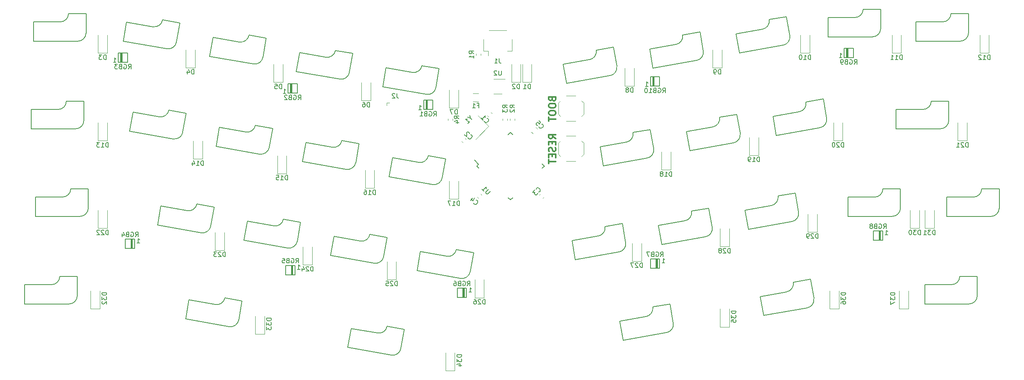
<source format=gbo>
G04 #@! TF.GenerationSoftware,KiCad,Pcbnew,(5.1.4)-1*
G04 #@! TF.CreationDate,2023-02-22T10:45:21+08:00*
G04 #@! TF.ProjectId,C-13X-PCB,432d3133-582d-4504-9342-2e6b69636164,rev?*
G04 #@! TF.SameCoordinates,Original*
G04 #@! TF.FileFunction,Legend,Bot*
G04 #@! TF.FilePolarity,Positive*
%FSLAX46Y46*%
G04 Gerber Fmt 4.6, Leading zero omitted, Abs format (unit mm)*
G04 Created by KiCad (PCBNEW (5.1.4)-1) date 2023-02-22 10:45:21*
%MOMM*%
%LPD*%
G04 APERTURE LIST*
%ADD10C,0.375000*%
%ADD11C,0.120000*%
%ADD12C,0.150000*%
G04 APERTURE END LIST*
D10*
X124503571Y-42271428D02*
X123789285Y-41771428D01*
X124503571Y-41414285D02*
X123003571Y-41414285D01*
X123003571Y-41985714D01*
X123075000Y-42128571D01*
X123146428Y-42200000D01*
X123289285Y-42271428D01*
X123503571Y-42271428D01*
X123646428Y-42200000D01*
X123717857Y-42128571D01*
X123789285Y-41985714D01*
X123789285Y-41414285D01*
X123717857Y-42914285D02*
X123717857Y-43414285D01*
X124503571Y-43628571D02*
X124503571Y-42914285D01*
X123003571Y-42914285D01*
X123003571Y-43628571D01*
X124432142Y-44200000D02*
X124503571Y-44414285D01*
X124503571Y-44771428D01*
X124432142Y-44914285D01*
X124360714Y-44985714D01*
X124217857Y-45057142D01*
X124075000Y-45057142D01*
X123932142Y-44985714D01*
X123860714Y-44914285D01*
X123789285Y-44771428D01*
X123717857Y-44485714D01*
X123646428Y-44342857D01*
X123575000Y-44271428D01*
X123432142Y-44200000D01*
X123289285Y-44200000D01*
X123146428Y-44271428D01*
X123075000Y-44342857D01*
X123003571Y-44485714D01*
X123003571Y-44842857D01*
X123075000Y-45057142D01*
X123717857Y-45700000D02*
X123717857Y-46200000D01*
X124503571Y-46414285D02*
X124503571Y-45700000D01*
X123003571Y-45700000D01*
X123003571Y-46414285D01*
X123003571Y-46842857D02*
X123003571Y-47700000D01*
X124503571Y-47271428D02*
X123003571Y-47271428D01*
X123717857Y-33683035D02*
X123789285Y-33897321D01*
X123860714Y-33968750D01*
X124003571Y-34040178D01*
X124217857Y-34040178D01*
X124360714Y-33968750D01*
X124432142Y-33897321D01*
X124503571Y-33754464D01*
X124503571Y-33183035D01*
X123003571Y-33183035D01*
X123003571Y-33683035D01*
X123075000Y-33825892D01*
X123146428Y-33897321D01*
X123289285Y-33968750D01*
X123432142Y-33968750D01*
X123575000Y-33897321D01*
X123646428Y-33825892D01*
X123717857Y-33683035D01*
X123717857Y-33183035D01*
X123003571Y-34968750D02*
X123003571Y-35254464D01*
X123075000Y-35397321D01*
X123217857Y-35540178D01*
X123503571Y-35611607D01*
X124003571Y-35611607D01*
X124289285Y-35540178D01*
X124432142Y-35397321D01*
X124503571Y-35254464D01*
X124503571Y-34968750D01*
X124432142Y-34825892D01*
X124289285Y-34683035D01*
X124003571Y-34611607D01*
X123503571Y-34611607D01*
X123217857Y-34683035D01*
X123075000Y-34825892D01*
X123003571Y-34968750D01*
X123003571Y-36540178D02*
X123003571Y-36825892D01*
X123075000Y-36968750D01*
X123217857Y-37111607D01*
X123503571Y-37183035D01*
X124003571Y-37183035D01*
X124289285Y-37111607D01*
X124432142Y-36968750D01*
X124503571Y-36825892D01*
X124503571Y-36540178D01*
X124432142Y-36397321D01*
X124289285Y-36254464D01*
X124003571Y-36183035D01*
X123503571Y-36183035D01*
X123217857Y-36254464D01*
X123075000Y-36397321D01*
X123003571Y-36540178D01*
X123003571Y-37611607D02*
X123003571Y-38468750D01*
X124503571Y-38040178D02*
X123003571Y-38040178D01*
D11*
X101090000Y-38262779D02*
X101090000Y-37937221D01*
X102110000Y-38262779D02*
X102110000Y-37937221D01*
X111018750Y-29346250D02*
X113468750Y-29346250D01*
X112818750Y-32566250D02*
X111018750Y-32566250D01*
X88423750Y-34448750D02*
X87788750Y-34448750D01*
X87788750Y-34448750D02*
X87788750Y-35083750D01*
D12*
X145550000Y-30845000D02*
X145550000Y-28845000D01*
X145650000Y-30845000D02*
X145650000Y-28845000D01*
X145750000Y-30845000D02*
X145750000Y-28845000D01*
X146450000Y-30845000D02*
X146250000Y-30845000D01*
X145850000Y-28845000D02*
X145850000Y-30845000D01*
X147050000Y-28845000D02*
X147050000Y-30845000D01*
X145050000Y-28845000D02*
X147050000Y-28845000D01*
X145050000Y-30845000D02*
X145050000Y-28845000D01*
X147050000Y-30845000D02*
X145050000Y-30845000D01*
X187587000Y-24622000D02*
X187587000Y-22622000D01*
X187687000Y-24622000D02*
X187687000Y-22622000D01*
X187787000Y-24622000D02*
X187787000Y-22622000D01*
X188487000Y-24622000D02*
X188287000Y-24622000D01*
X187887000Y-22622000D02*
X187887000Y-24622000D01*
X189087000Y-22622000D02*
X189087000Y-24622000D01*
X187087000Y-22622000D02*
X189087000Y-22622000D01*
X187087000Y-24622000D02*
X187087000Y-22622000D01*
X189087000Y-24622000D02*
X187087000Y-24622000D01*
X194937000Y-62373000D02*
X194937000Y-64373000D01*
X194837000Y-62373000D02*
X194837000Y-64373000D01*
X194737000Y-62373000D02*
X194737000Y-64373000D01*
X194037000Y-62373000D02*
X194237000Y-62373000D01*
X194637000Y-64373000D02*
X194637000Y-62373000D01*
X193437000Y-64373000D02*
X193437000Y-62373000D01*
X195437000Y-64373000D02*
X193437000Y-64373000D01*
X195437000Y-62373000D02*
X195437000Y-64373000D01*
X193437000Y-62373000D02*
X195437000Y-62373000D01*
X146550000Y-68469000D02*
X146550000Y-70469000D01*
X146450000Y-68469000D02*
X146450000Y-70469000D01*
X146350000Y-68469000D02*
X146350000Y-70469000D01*
X145650000Y-68469000D02*
X145850000Y-68469000D01*
X146250000Y-70469000D02*
X146250000Y-68469000D01*
X145050000Y-70469000D02*
X145050000Y-68469000D01*
X147050000Y-70469000D02*
X145050000Y-70469000D01*
X147050000Y-68469000D02*
X147050000Y-70469000D01*
X145050000Y-68469000D02*
X147050000Y-68469000D01*
X104640000Y-74819000D02*
X104640000Y-76819000D01*
X104540000Y-74819000D02*
X104540000Y-76819000D01*
X104440000Y-74819000D02*
X104440000Y-76819000D01*
X103740000Y-74819000D02*
X103940000Y-74819000D01*
X104340000Y-76819000D02*
X104340000Y-74819000D01*
X103140000Y-76819000D02*
X103140000Y-74819000D01*
X105140000Y-76819000D02*
X103140000Y-76819000D01*
X105140000Y-74819000D02*
X105140000Y-76819000D01*
X103140000Y-74819000D02*
X105140000Y-74819000D01*
X67429000Y-69866000D02*
X67429000Y-71866000D01*
X67329000Y-69866000D02*
X67329000Y-71866000D01*
X67229000Y-69866000D02*
X67229000Y-71866000D01*
X66529000Y-69866000D02*
X66729000Y-69866000D01*
X67129000Y-71866000D02*
X67129000Y-69866000D01*
X65929000Y-71866000D02*
X65929000Y-69866000D01*
X67929000Y-71866000D02*
X65929000Y-71866000D01*
X67929000Y-69866000D02*
X67929000Y-71866000D01*
X65929000Y-69866000D02*
X67929000Y-69866000D01*
X32631000Y-64151000D02*
X32631000Y-66151000D01*
X32531000Y-64151000D02*
X32531000Y-66151000D01*
X32431000Y-64151000D02*
X32431000Y-66151000D01*
X31731000Y-64151000D02*
X31931000Y-64151000D01*
X32331000Y-66151000D02*
X32331000Y-64151000D01*
X31131000Y-66151000D02*
X31131000Y-64151000D01*
X33131000Y-66151000D02*
X31131000Y-66151000D01*
X33131000Y-64151000D02*
X33131000Y-66151000D01*
X31131000Y-64151000D02*
X33131000Y-64151000D01*
X30107000Y-25638000D02*
X30107000Y-23638000D01*
X30207000Y-25638000D02*
X30207000Y-23638000D01*
X30307000Y-25638000D02*
X30307000Y-23638000D01*
X31007000Y-25638000D02*
X30807000Y-25638000D01*
X30407000Y-23638000D02*
X30407000Y-25638000D01*
X31607000Y-23638000D02*
X31607000Y-25638000D01*
X29607000Y-23638000D02*
X31607000Y-23638000D01*
X29607000Y-25638000D02*
X29607000Y-23638000D01*
X31607000Y-25638000D02*
X29607000Y-25638000D01*
X66937000Y-32369000D02*
X66937000Y-30369000D01*
X67037000Y-32369000D02*
X67037000Y-30369000D01*
X67137000Y-32369000D02*
X67137000Y-30369000D01*
X67837000Y-32369000D02*
X67637000Y-32369000D01*
X67237000Y-30369000D02*
X67237000Y-32369000D01*
X68437000Y-30369000D02*
X68437000Y-32369000D01*
X66437000Y-30369000D02*
X68437000Y-30369000D01*
X66437000Y-32369000D02*
X66437000Y-30369000D01*
X68437000Y-32369000D02*
X66437000Y-32369000D01*
X96337500Y-35925000D02*
X96337500Y-33925000D01*
X96437500Y-35925000D02*
X96437500Y-33925000D01*
X96537500Y-35925000D02*
X96537500Y-33925000D01*
X97237500Y-35925000D02*
X97037500Y-35925000D01*
X96637500Y-33925000D02*
X96637500Y-35925000D01*
X97837500Y-33925000D02*
X97837500Y-35925000D01*
X95837500Y-33925000D02*
X97837500Y-33925000D01*
X95837500Y-35925000D02*
X95837500Y-33925000D01*
X97837500Y-35925000D02*
X95837500Y-35925000D01*
D11*
X109958564Y-39602983D02*
X107130137Y-42431410D01*
X107625111Y-37269530D02*
X109958564Y-39602983D01*
D12*
X107762113Y-47862874D02*
X106860552Y-46961312D01*
X114674082Y-55588015D02*
X114196785Y-55110718D01*
X121992637Y-48269460D02*
X121515340Y-47792163D01*
X114674082Y-40950905D02*
X115151379Y-41428202D01*
X107355527Y-48269460D02*
X107832824Y-48746757D01*
X114674082Y-40950905D02*
X114196785Y-41428202D01*
X121992637Y-48269460D02*
X121515340Y-48746757D01*
X114674082Y-55588015D02*
X115151379Y-55110718D01*
X107355527Y-48269460D02*
X107762113Y-47862874D01*
D11*
X130543750Y-36968750D02*
X130543750Y-34468750D01*
X128793750Y-38468750D02*
X126793750Y-38468750D01*
X125043750Y-36968750D02*
X125043750Y-34468750D01*
X128793750Y-32968750D02*
X126793750Y-32968750D01*
X130093750Y-37418750D02*
X130543750Y-36968750D01*
X130093750Y-34018750D02*
X130543750Y-34468750D01*
X125493750Y-34018750D02*
X125043750Y-34468750D01*
X125493750Y-37418750D02*
X125043750Y-36968750D01*
X130543750Y-45700000D02*
X130543750Y-43200000D01*
X128793750Y-47200000D02*
X126793750Y-47200000D01*
X125043750Y-45700000D02*
X125043750Y-43200000D01*
X128793750Y-41700000D02*
X126793750Y-41700000D01*
X130093750Y-46150000D02*
X130543750Y-45700000D01*
X130093750Y-42750000D02*
X130543750Y-43200000D01*
X125493750Y-42750000D02*
X125043750Y-43200000D01*
X125493750Y-46150000D02*
X125043750Y-45700000D01*
X114016250Y-37937221D02*
X114016250Y-38262779D01*
X112996250Y-37937221D02*
X112996250Y-38262779D01*
X114583750Y-38262779D02*
X114583750Y-37937221D01*
X115603750Y-38262779D02*
X115603750Y-37937221D01*
X108206000Y-23840221D02*
X108206000Y-24165779D01*
X107186000Y-23840221D02*
X107186000Y-24165779D01*
D12*
X215950000Y-76437500D02*
G75*
G02X214150000Y-78237500I-1800000J0D01*
G01*
X212150000Y-72237500D02*
G75*
G02X210350000Y-74037500I-1800000J0D01*
G01*
X210350000Y-74037500D02*
X204550000Y-74037500D01*
X215950000Y-76437500D02*
X215950000Y-72237500D01*
X204550000Y-78237500D02*
X214150000Y-78237500D01*
X204550000Y-74037500D02*
X204550000Y-78237500D01*
X215950000Y-72237500D02*
X212150000Y-72237500D01*
X180498181Y-76990096D02*
G75*
G02X179038093Y-79075316I-1772654J-312566D01*
G01*
X176026589Y-73513767D02*
G75*
G02X174566501Y-75598987I-1772654J-312566D01*
G01*
X168854616Y-76606146D02*
X169583939Y-80742339D01*
X169583939Y-80742339D02*
X179038093Y-79075316D01*
X180498181Y-76990095D02*
X179768858Y-72853903D01*
X174566501Y-75598987D02*
X168854616Y-76606146D01*
X179768858Y-72853903D02*
X176026589Y-73513766D01*
X145540634Y-78889263D02*
G75*
G02X144080546Y-80974483I-1772654J-312566D01*
G01*
X150012226Y-82365592D02*
G75*
G02X148552138Y-84450812I-1772654J-312566D01*
G01*
X149282903Y-78229399D02*
X145540634Y-78889262D01*
X144080546Y-80974483D02*
X138368661Y-81981642D01*
X150012226Y-82365591D02*
X149282903Y-78229399D01*
X139097984Y-86117835D02*
X148552138Y-84450812D01*
X138368661Y-81981642D02*
X139097984Y-86117835D01*
X87890954Y-83100230D02*
G75*
G02X85805733Y-84560317I-1772654J312567D01*
G01*
X90903901Y-87896285D02*
G75*
G02X88818680Y-89356372I-1772654J312567D01*
G01*
X80093848Y-83553157D02*
X79364526Y-87689350D01*
X79364526Y-87689350D02*
X88818680Y-89356372D01*
X90903901Y-87896285D02*
X91633223Y-83760093D01*
X85805733Y-84560317D02*
X80093848Y-83553157D01*
X91633223Y-83760093D02*
X87890954Y-83100229D01*
X55727799Y-81693789D02*
G75*
G02X53642578Y-83153876I-1772654J312567D01*
G01*
X52714852Y-76897734D02*
G75*
G02X50629631Y-78357821I-1772654J312567D01*
G01*
X44917746Y-77350661D02*
X44188424Y-81486854D01*
X44188424Y-81486854D02*
X53642578Y-83153876D01*
X55727799Y-81693789D02*
X56457121Y-77557597D01*
X50629631Y-78357821D02*
X44917746Y-77350661D01*
X56457121Y-77557597D02*
X52714852Y-76897733D01*
X20687500Y-76437500D02*
G75*
G02X18887500Y-78237500I-1800000J0D01*
G01*
X16887500Y-72237500D02*
G75*
G02X15087500Y-74037500I-1800000J0D01*
G01*
X15087500Y-74037500D02*
X9287500Y-74037500D01*
X20687500Y-76437500D02*
X20687500Y-72237500D01*
X9287500Y-78237500D02*
X18887500Y-78237500D01*
X9287500Y-74037500D02*
X9287500Y-78237500D01*
X20687500Y-72237500D02*
X16887500Y-72237500D01*
X220712500Y-57387500D02*
G75*
G02X218912500Y-59187500I-1800000J0D01*
G01*
X216912500Y-53187500D02*
G75*
G02X215112500Y-54987500I-1800000J0D01*
G01*
X209312500Y-54987500D02*
X209312500Y-59187500D01*
X209312500Y-59187500D02*
X218912500Y-59187500D01*
X220712500Y-57387500D02*
X220712500Y-53187500D01*
X215112500Y-54987500D02*
X209312500Y-54987500D01*
X220712500Y-53187500D02*
X216912500Y-53187500D01*
X195481250Y-53187500D02*
G75*
G02X193681250Y-54987500I-1800000J0D01*
G01*
X199281250Y-57387500D02*
G75*
G02X197481250Y-59187500I-1800000J0D01*
G01*
X187881250Y-54987500D02*
X187881250Y-59187500D01*
X187881250Y-59187500D02*
X197481250Y-59187500D01*
X199281250Y-57387500D02*
X199281250Y-53187500D01*
X193681250Y-54987500D02*
X187881250Y-54987500D01*
X199281250Y-53187500D02*
X195481250Y-53187500D01*
X177190183Y-58229507D02*
G75*
G02X175730095Y-60314727I-1772654J-312566D01*
G01*
X172718591Y-54753178D02*
G75*
G02X171258503Y-56838398I-1772654J-312566D01*
G01*
X165546618Y-57845557D02*
X166275941Y-61981750D01*
X166275941Y-61981750D02*
X175730095Y-60314727D01*
X177190183Y-58229506D02*
X176460860Y-54093314D01*
X171258503Y-56838398D02*
X165546618Y-57845557D01*
X176460860Y-54093314D02*
X172718591Y-54753177D01*
X158429596Y-61537505D02*
G75*
G02X156969508Y-63622725I-1772654J-312566D01*
G01*
X153958004Y-58061176D02*
G75*
G02X152497916Y-60146396I-1772654J-312566D01*
G01*
X146786031Y-61153555D02*
X147515354Y-65289748D01*
X147515354Y-65289748D02*
X156969508Y-63622725D01*
X158429596Y-61537504D02*
X157700273Y-57401312D01*
X152497916Y-60146396D02*
X146786031Y-61153555D01*
X157700273Y-57401312D02*
X153958004Y-58061175D01*
X139669008Y-64845503D02*
G75*
G02X138208920Y-66930723I-1772654J-312566D01*
G01*
X135197416Y-61369174D02*
G75*
G02X133737328Y-63454394I-1772654J-312566D01*
G01*
X128025443Y-64461553D02*
X128754766Y-68597746D01*
X128754766Y-68597746D02*
X138208920Y-66930723D01*
X139669008Y-64845502D02*
X138939685Y-60709310D01*
X133737328Y-63454394D02*
X128025443Y-64461553D01*
X138939685Y-60709310D02*
X135197416Y-61369173D01*
X105937266Y-71203197D02*
G75*
G02X103852045Y-72663284I-1772654J312567D01*
G01*
X102924319Y-66407142D02*
G75*
G02X100839098Y-67867229I-1772654J312567D01*
G01*
X95127213Y-66860069D02*
X94397891Y-70996262D01*
X94397891Y-70996262D02*
X103852045Y-72663284D01*
X105937266Y-71203197D02*
X106666588Y-67067005D01*
X100839098Y-67867229D02*
X95127213Y-66860069D01*
X106666588Y-67067005D02*
X102924319Y-66407141D01*
X87176678Y-67895198D02*
G75*
G02X85091457Y-69355285I-1772654J312567D01*
G01*
X84163731Y-63099143D02*
G75*
G02X82078510Y-64559230I-1772654J312567D01*
G01*
X76366625Y-63552070D02*
X75637303Y-67688263D01*
X75637303Y-67688263D02*
X85091457Y-69355285D01*
X87176678Y-67895198D02*
X87906000Y-63759006D01*
X82078510Y-64559230D02*
X76366625Y-63552070D01*
X87906000Y-63759006D02*
X84163731Y-63099142D01*
X68416091Y-64587201D02*
G75*
G02X66330870Y-66047288I-1772654J312567D01*
G01*
X65403144Y-59791146D02*
G75*
G02X63317923Y-61251233I-1772654J312567D01*
G01*
X57606038Y-60244073D02*
X56876716Y-64380266D01*
X56876716Y-64380266D02*
X66330870Y-66047288D01*
X68416091Y-64587201D02*
X69145413Y-60451009D01*
X63317923Y-61251233D02*
X57606038Y-60244073D01*
X69145413Y-60451009D02*
X65403144Y-59791145D01*
X49655503Y-61279203D02*
G75*
G02X47570282Y-62739290I-1772654J312567D01*
G01*
X46642556Y-56483148D02*
G75*
G02X44557335Y-57943235I-1772654J312567D01*
G01*
X38845450Y-56936075D02*
X38116128Y-61072268D01*
X38116128Y-61072268D02*
X47570282Y-62739290D01*
X49655503Y-61279203D02*
X50384825Y-57143011D01*
X44557335Y-57943235D02*
X38845450Y-56936075D01*
X50384825Y-57143011D02*
X46642556Y-56483147D01*
X19268750Y-53187500D02*
G75*
G02X17468750Y-54987500I-1800000J0D01*
G01*
X23068750Y-57387500D02*
G75*
G02X21268750Y-59187500I-1800000J0D01*
G01*
X11668750Y-54987500D02*
X11668750Y-59187500D01*
X11668750Y-59187500D02*
X21268750Y-59187500D01*
X23068750Y-57387500D02*
X23068750Y-53187500D01*
X17468750Y-54987500D02*
X11668750Y-54987500D01*
X23068750Y-53187500D02*
X19268750Y-53187500D01*
X205958750Y-34137500D02*
G75*
G02X204158750Y-35937500I-1800000J0D01*
G01*
X209758750Y-38337500D02*
G75*
G02X207958750Y-40137500I-1800000J0D01*
G01*
X198358750Y-35937500D02*
X198358750Y-40137500D01*
X198358750Y-40137500D02*
X207958750Y-40137500D01*
X209758750Y-38337500D02*
X209758750Y-34137500D01*
X204158750Y-35937500D02*
X198358750Y-35937500D01*
X209758750Y-34137500D02*
X205958750Y-34137500D01*
X183262479Y-37814921D02*
G75*
G02X181802391Y-39900141I-1772654J-312566D01*
G01*
X178790887Y-34338592D02*
G75*
G02X177330799Y-36423812I-1772654J-312566D01*
G01*
X171618914Y-37430971D02*
X172348237Y-41567164D01*
X172348237Y-41567164D02*
X181802391Y-39900141D01*
X183262479Y-37814920D02*
X182533156Y-33678728D01*
X177330799Y-36423812D02*
X171618914Y-37430971D01*
X182533156Y-33678728D02*
X178790887Y-34338591D01*
X164501892Y-41122919D02*
G75*
G02X163041804Y-43208139I-1772654J-312566D01*
G01*
X160030300Y-37646590D02*
G75*
G02X158570212Y-39731810I-1772654J-312566D01*
G01*
X152858327Y-40738969D02*
X153587650Y-44875162D01*
X153587650Y-44875162D02*
X163041804Y-43208139D01*
X164501892Y-41122918D02*
X163772569Y-36986726D01*
X158570212Y-39731810D02*
X152858327Y-40738969D01*
X163772569Y-36986726D02*
X160030300Y-37646589D01*
X145741303Y-44430917D02*
G75*
G02X144281215Y-46516137I-1772654J-312566D01*
G01*
X141269711Y-40954588D02*
G75*
G02X139809623Y-43039808I-1772654J-312566D01*
G01*
X134097738Y-44046967D02*
X134827061Y-48183160D01*
X134827061Y-48183160D02*
X144281215Y-46516137D01*
X145741303Y-44430916D02*
X145011980Y-40294724D01*
X139809623Y-43039808D02*
X134097738Y-44046967D01*
X145011980Y-40294724D02*
X141269711Y-40954587D01*
X99864970Y-50788610D02*
G75*
G02X97779749Y-52248697I-1772654J312567D01*
G01*
X96852023Y-45992555D02*
G75*
G02X94766802Y-47452642I-1772654J312567D01*
G01*
X89054917Y-46445482D02*
X88325595Y-50581675D01*
X88325595Y-50581675D02*
X97779749Y-52248697D01*
X99864970Y-50788610D02*
X100594292Y-46652418D01*
X94766802Y-47452642D02*
X89054917Y-46445482D01*
X100594292Y-46652418D02*
X96852023Y-45992554D01*
X81104383Y-47480612D02*
G75*
G02X79019162Y-48940699I-1772654J312567D01*
G01*
X78091436Y-42684557D02*
G75*
G02X76006215Y-44144644I-1772654J312567D01*
G01*
X70294330Y-43137484D02*
X69565008Y-47273677D01*
X69565008Y-47273677D02*
X79019162Y-48940699D01*
X81104383Y-47480612D02*
X81833705Y-43344420D01*
X76006215Y-44144644D02*
X70294330Y-43137484D01*
X81833705Y-43344420D02*
X78091436Y-42684556D01*
X62343795Y-44172615D02*
G75*
G02X60258574Y-45632702I-1772654J312567D01*
G01*
X59330848Y-39376560D02*
G75*
G02X57245627Y-40836647I-1772654J312567D01*
G01*
X51533742Y-39829487D02*
X50804420Y-43965680D01*
X50804420Y-43965680D02*
X60258574Y-45632702D01*
X62343795Y-44172615D02*
X63073117Y-40036423D01*
X57245627Y-40836647D02*
X51533742Y-39829487D01*
X63073117Y-40036423D02*
X59330848Y-39376559D01*
X43583207Y-40864617D02*
G75*
G02X41497986Y-42324704I-1772654J312567D01*
G01*
X40570260Y-36068562D02*
G75*
G02X38485039Y-37528649I-1772654J312567D01*
G01*
X32773154Y-36521489D02*
X32043832Y-40657682D01*
X32043832Y-40657682D02*
X41497986Y-42324704D01*
X43583207Y-40864617D02*
X44312529Y-36728425D01*
X38485039Y-37528649D02*
X32773154Y-36521489D01*
X44312529Y-36728425D02*
X40570260Y-36068561D01*
X18316250Y-34137500D02*
G75*
G02X16516250Y-35937500I-1800000J0D01*
G01*
X22116250Y-38337500D02*
G75*
G02X20316250Y-40137500I-1800000J0D01*
G01*
X10716250Y-35937500D02*
X10716250Y-40137500D01*
X10716250Y-40137500D02*
X20316250Y-40137500D01*
X22116250Y-38337500D02*
X22116250Y-34137500D01*
X16516250Y-35937500D02*
X10716250Y-35937500D01*
X22116250Y-34137500D02*
X18316250Y-34137500D01*
X214045000Y-19287500D02*
G75*
G02X212245000Y-21087500I-1800000J0D01*
G01*
X210245000Y-15087500D02*
G75*
G02X208445000Y-16887500I-1800000J0D01*
G01*
X202645000Y-16887500D02*
X202645000Y-21087500D01*
X202645000Y-21087500D02*
X212245000Y-21087500D01*
X214045000Y-19287500D02*
X214045000Y-15087500D01*
X208445000Y-16887500D02*
X202645000Y-16887500D01*
X214045000Y-15087500D02*
X210245000Y-15087500D01*
X194995000Y-18335000D02*
G75*
G02X193195000Y-20135000I-1800000J0D01*
G01*
X191195000Y-14135000D02*
G75*
G02X189395000Y-15935000I-1800000J0D01*
G01*
X183595000Y-15935000D02*
X183595000Y-20135000D01*
X183595000Y-20135000D02*
X193195000Y-20135000D01*
X194995000Y-18335000D02*
X194995000Y-14135000D01*
X189395000Y-15935000D02*
X183595000Y-15935000D01*
X194995000Y-14135000D02*
X191195000Y-14135000D01*
X175264334Y-19881333D02*
G75*
G02X173804246Y-21966553I-1772654J-312566D01*
G01*
X170792742Y-16405004D02*
G75*
G02X169332654Y-18490224I-1772654J-312566D01*
G01*
X163620769Y-19497383D02*
X164350092Y-23633576D01*
X164350092Y-23633576D02*
X173804246Y-21966553D01*
X175264334Y-19881332D02*
X174535011Y-15745140D01*
X169332654Y-18490224D02*
X163620769Y-19497383D01*
X174535011Y-15745140D02*
X170792742Y-16405003D01*
X156503747Y-23189330D02*
G75*
G02X155043659Y-25274550I-1772654J-312566D01*
G01*
X152032155Y-19713001D02*
G75*
G02X150572067Y-21798221I-1772654J-312566D01*
G01*
X144860182Y-22805380D02*
X145589505Y-26941573D01*
X145589505Y-26941573D02*
X155043659Y-25274550D01*
X156503747Y-23189329D02*
X155774424Y-19053137D01*
X150572067Y-21798221D02*
X144860182Y-22805380D01*
X155774424Y-19053137D02*
X152032155Y-19713000D01*
X137743159Y-26497329D02*
G75*
G02X136283071Y-28582549I-1772654J-312566D01*
G01*
X133271567Y-23021000D02*
G75*
G02X131811479Y-25106220I-1772654J-312566D01*
G01*
X126099594Y-26113379D02*
X126828917Y-30249572D01*
X126828917Y-30249572D02*
X136283071Y-28582549D01*
X137743159Y-26497328D02*
X137013836Y-22361136D01*
X131811479Y-25106220D02*
X126099594Y-26113379D01*
X137013836Y-22361136D02*
X133271567Y-23020999D01*
X98482821Y-31201022D02*
G75*
G02X96397600Y-32661109I-1772654J312567D01*
G01*
X95469874Y-26404967D02*
G75*
G02X93384653Y-27865054I-1772654J312567D01*
G01*
X87672768Y-26857894D02*
X86943446Y-30994087D01*
X86943446Y-30994087D02*
X96397600Y-32661109D01*
X98482821Y-31201022D02*
X99212143Y-27064830D01*
X93384653Y-27865054D02*
X87672768Y-26857894D01*
X99212143Y-27064830D02*
X95469874Y-26404966D01*
X79722233Y-27893025D02*
G75*
G02X77637012Y-29353112I-1772654J312567D01*
G01*
X76709286Y-23096970D02*
G75*
G02X74624065Y-24557057I-1772654J312567D01*
G01*
X68912180Y-23549897D02*
X68182858Y-27686090D01*
X68182858Y-27686090D02*
X77637012Y-29353112D01*
X79722233Y-27893025D02*
X80451555Y-23756833D01*
X74624065Y-24557057D02*
X68912180Y-23549897D01*
X80451555Y-23756833D02*
X76709286Y-23096969D01*
X60961646Y-24585027D02*
G75*
G02X58876425Y-26045114I-1772654J312567D01*
G01*
X57948699Y-19788972D02*
G75*
G02X55863478Y-21249059I-1772654J312567D01*
G01*
X50151593Y-20241899D02*
X49422271Y-24378092D01*
X49422271Y-24378092D02*
X58876425Y-26045114D01*
X60961646Y-24585027D02*
X61690968Y-20448835D01*
X55863478Y-21249059D02*
X50151593Y-20241899D01*
X61690968Y-20448835D02*
X57948699Y-19788971D01*
X42201058Y-21277029D02*
G75*
G02X40115837Y-22737116I-1772654J312567D01*
G01*
X39188111Y-16480974D02*
G75*
G02X37102890Y-17941061I-1772654J312567D01*
G01*
X31391005Y-16933901D02*
X30661683Y-21070094D01*
X30661683Y-21070094D02*
X40115837Y-22737116D01*
X42201058Y-21277029D02*
X42930380Y-17140837D01*
X37102890Y-17941061D02*
X31391005Y-16933901D01*
X42930380Y-17140837D02*
X39188111Y-16480973D01*
X22592500Y-19287500D02*
G75*
G02X20792500Y-21087500I-1800000J0D01*
G01*
X18792500Y-15087500D02*
G75*
G02X16992500Y-16887500I-1800000J0D01*
G01*
X11192500Y-16887500D02*
X11192500Y-21087500D01*
X11192500Y-21087500D02*
X20792500Y-21087500D01*
X22592500Y-19287500D02*
X22592500Y-15087500D01*
X16992500Y-16887500D02*
X11192500Y-16887500D01*
X22592500Y-15087500D02*
X18792500Y-15087500D01*
D11*
X109978750Y-18746250D02*
X113858750Y-18746250D01*
X115028750Y-23216250D02*
X113978750Y-23216250D01*
X115028750Y-20716250D02*
X115028750Y-23216250D01*
X109858750Y-23216250D02*
X109858750Y-24206250D01*
X108808750Y-23216250D02*
X109858750Y-23216250D01*
X108808750Y-20716250D02*
X108808750Y-23216250D01*
X106554186Y-32427500D02*
X107758314Y-32427500D01*
X106554186Y-34247500D02*
X107758314Y-34247500D01*
X201025000Y-79243750D02*
X201025000Y-75343750D01*
X199025000Y-79243750D02*
X199025000Y-75343750D01*
X201025000Y-79243750D02*
X199025000Y-79243750D01*
X185943750Y-79243750D02*
X185943750Y-75343750D01*
X183943750Y-79243750D02*
X183943750Y-75343750D01*
X185943750Y-79243750D02*
X183943750Y-79243750D01*
X162131250Y-83212500D02*
X162131250Y-79312500D01*
X160131250Y-83212500D02*
X160131250Y-79312500D01*
X162131250Y-83212500D02*
X160131250Y-83212500D01*
X102600000Y-92737500D02*
X102600000Y-88837500D01*
X100600000Y-92737500D02*
X100600000Y-88837500D01*
X102600000Y-92737500D02*
X100600000Y-92737500D01*
X61325000Y-84800000D02*
X61325000Y-80900000D01*
X59325000Y-84800000D02*
X59325000Y-80900000D01*
X61325000Y-84800000D02*
X59325000Y-84800000D01*
X25606250Y-79243750D02*
X25606250Y-75343750D01*
X23606250Y-79243750D02*
X23606250Y-75343750D01*
X25606250Y-79243750D02*
X23606250Y-79243750D01*
X206581250Y-61781250D02*
X206581250Y-57881250D01*
X204581250Y-61781250D02*
X204581250Y-57881250D01*
X206581250Y-61781250D02*
X204581250Y-61781250D01*
X203406250Y-61781250D02*
X203406250Y-57881250D01*
X201406250Y-61781250D02*
X201406250Y-57881250D01*
X203406250Y-61781250D02*
X201406250Y-61781250D01*
X181181250Y-62575000D02*
X181181250Y-58675000D01*
X179181250Y-62575000D02*
X179181250Y-58675000D01*
X181181250Y-62575000D02*
X179181250Y-62575000D01*
X162131250Y-65750000D02*
X162131250Y-61850000D01*
X160131250Y-65750000D02*
X160131250Y-61850000D01*
X162131250Y-65750000D02*
X160131250Y-65750000D01*
X143081250Y-68925000D02*
X143081250Y-65025000D01*
X141081250Y-68925000D02*
X141081250Y-65025000D01*
X143081250Y-68925000D02*
X141081250Y-68925000D01*
X108950000Y-76862500D02*
X108950000Y-72962500D01*
X106950000Y-76862500D02*
X106950000Y-72962500D01*
X108950000Y-76862500D02*
X106950000Y-76862500D01*
X89900000Y-72893750D02*
X89900000Y-68993750D01*
X87900000Y-72893750D02*
X87900000Y-68993750D01*
X89900000Y-72893750D02*
X87900000Y-72893750D01*
X71643750Y-69718750D02*
X71643750Y-65818750D01*
X69643750Y-69718750D02*
X69643750Y-65818750D01*
X71643750Y-69718750D02*
X69643750Y-69718750D01*
X52593750Y-66543750D02*
X52593750Y-62643750D01*
X50593750Y-66543750D02*
X50593750Y-62643750D01*
X52593750Y-66543750D02*
X50593750Y-66543750D01*
X27193750Y-61781250D02*
X27193750Y-57881250D01*
X25193750Y-61781250D02*
X25193750Y-57881250D01*
X27193750Y-61781250D02*
X25193750Y-61781250D01*
X213725000Y-42731250D02*
X213725000Y-38831250D01*
X211725000Y-42731250D02*
X211725000Y-38831250D01*
X213725000Y-42731250D02*
X211725000Y-42731250D01*
X186737500Y-42731250D02*
X186737500Y-38831250D01*
X184737500Y-42731250D02*
X184737500Y-38831250D01*
X186737500Y-42731250D02*
X184737500Y-42731250D01*
X168481250Y-45906250D02*
X168481250Y-42006250D01*
X166481250Y-45906250D02*
X166481250Y-42006250D01*
X168481250Y-45906250D02*
X166481250Y-45906250D01*
X149431250Y-49081250D02*
X149431250Y-45181250D01*
X147431250Y-49081250D02*
X147431250Y-45181250D01*
X149431250Y-49081250D02*
X147431250Y-49081250D01*
X103393750Y-55431250D02*
X103393750Y-51531250D01*
X101393750Y-55431250D02*
X101393750Y-51531250D01*
X103393750Y-55431250D02*
X101393750Y-55431250D01*
X85137500Y-53050000D02*
X85137500Y-49150000D01*
X83137500Y-53050000D02*
X83137500Y-49150000D01*
X85137500Y-53050000D02*
X83137500Y-53050000D01*
X66087500Y-49875000D02*
X66087500Y-45975000D01*
X64087500Y-49875000D02*
X64087500Y-45975000D01*
X66087500Y-49875000D02*
X64087500Y-49875000D01*
X47831250Y-46700000D02*
X47831250Y-42800000D01*
X45831250Y-46700000D02*
X45831250Y-42800000D01*
X47831250Y-46700000D02*
X45831250Y-46700000D01*
X27193750Y-42731250D02*
X27193750Y-38831250D01*
X25193750Y-42731250D02*
X25193750Y-38831250D01*
X27193750Y-42731250D02*
X25193750Y-42731250D01*
X218487500Y-23681250D02*
X218487500Y-19781250D01*
X216487500Y-23681250D02*
X216487500Y-19781250D01*
X218487500Y-23681250D02*
X216487500Y-23681250D01*
X199437500Y-23681250D02*
X199437500Y-19781250D01*
X197437500Y-23681250D02*
X197437500Y-19781250D01*
X199437500Y-23681250D02*
X197437500Y-23681250D01*
X179593750Y-23681250D02*
X179593750Y-19781250D01*
X177593750Y-23681250D02*
X177593750Y-19781250D01*
X179593750Y-23681250D02*
X177593750Y-23681250D01*
X160543750Y-26856250D02*
X160543750Y-22956250D01*
X158543750Y-26856250D02*
X158543750Y-22956250D01*
X160543750Y-26856250D02*
X158543750Y-26856250D01*
X141493750Y-30825000D02*
X141493750Y-26925000D01*
X139493750Y-30825000D02*
X139493750Y-26925000D01*
X141493750Y-30825000D02*
X139493750Y-30825000D01*
X103393750Y-35587500D02*
X103393750Y-31687500D01*
X101393750Y-35587500D02*
X101393750Y-31687500D01*
X103393750Y-35587500D02*
X101393750Y-35587500D01*
X84343750Y-34000000D02*
X84343750Y-30100000D01*
X82343750Y-34000000D02*
X82343750Y-30100000D01*
X84343750Y-34000000D02*
X82343750Y-34000000D01*
X46243750Y-26856250D02*
X46243750Y-22956250D01*
X44243750Y-26856250D02*
X44243750Y-22956250D01*
X46243750Y-26856250D02*
X44243750Y-26856250D01*
X27193750Y-23681250D02*
X27193750Y-19781250D01*
X25193750Y-23681250D02*
X25193750Y-19781250D01*
X27193750Y-23681250D02*
X25193750Y-23681250D01*
X116887500Y-30031250D02*
X116887500Y-26131250D01*
X114887500Y-30031250D02*
X114887500Y-26131250D01*
X116887500Y-30031250D02*
X114887500Y-30031250D01*
X119268750Y-30031250D02*
X119268750Y-26131250D01*
X117268750Y-30031250D02*
X117268750Y-26131250D01*
X119268750Y-30031250D02*
X117268750Y-30031250D01*
X65293750Y-30031250D02*
X65293750Y-26131250D01*
X63293750Y-30031250D02*
X63293750Y-26131250D01*
X65293750Y-30031250D02*
X63293750Y-30031250D01*
X119537046Y-41166138D02*
X119171362Y-40800454D01*
X120541138Y-40162046D02*
X120175454Y-39796362D01*
X107704478Y-55244477D02*
X107474273Y-55014272D01*
X108425727Y-54523228D02*
X108195522Y-54293023D01*
X121919477Y-55014272D02*
X121689272Y-55244477D01*
X121198228Y-54293023D02*
X120968023Y-54523228D01*
X104325772Y-43132527D02*
X104095567Y-42902322D01*
X105047021Y-42411278D02*
X104816816Y-42181073D01*
X110429476Y-36568413D02*
X110659681Y-36798618D01*
X109708227Y-37289662D02*
X109938432Y-37519867D01*
D12*
X103482380Y-37933333D02*
X103006190Y-37600000D01*
X103482380Y-37361904D02*
X102482380Y-37361904D01*
X102482380Y-37742857D01*
X102530000Y-37838095D01*
X102577619Y-37885714D01*
X102672857Y-37933333D01*
X102815714Y-37933333D01*
X102910952Y-37885714D01*
X102958571Y-37838095D01*
X103006190Y-37742857D01*
X103006190Y-37361904D01*
X102815714Y-38790476D02*
X103482380Y-38790476D01*
X102434761Y-38552380D02*
X103149047Y-38314285D01*
X103149047Y-38933333D01*
X112680654Y-27508630D02*
X112680654Y-28318154D01*
X112633035Y-28413392D01*
X112585416Y-28461011D01*
X112490178Y-28508630D01*
X112299702Y-28508630D01*
X112204464Y-28461011D01*
X112156845Y-28413392D01*
X112109226Y-28318154D01*
X112109226Y-27508630D01*
X111680654Y-27603869D02*
X111633035Y-27556250D01*
X111537797Y-27508630D01*
X111299702Y-27508630D01*
X111204464Y-27556250D01*
X111156845Y-27603869D01*
X111109226Y-27699107D01*
X111109226Y-27794345D01*
X111156845Y-27937202D01*
X111728273Y-28508630D01*
X111109226Y-28508630D01*
X90027083Y-32471130D02*
X90027083Y-33185416D01*
X90074702Y-33328273D01*
X90169940Y-33423511D01*
X90312797Y-33471130D01*
X90408035Y-33471130D01*
X89598511Y-32566369D02*
X89550892Y-32518750D01*
X89455654Y-32471130D01*
X89217559Y-32471130D01*
X89122321Y-32518750D01*
X89074702Y-32566369D01*
X89027083Y-32661607D01*
X89027083Y-32756845D01*
X89074702Y-32899702D01*
X89646130Y-33471130D01*
X89027083Y-33471130D01*
X147692857Y-32297380D02*
X148026190Y-31821190D01*
X148264285Y-32297380D02*
X148264285Y-31297380D01*
X147883333Y-31297380D01*
X147788095Y-31345000D01*
X147740476Y-31392619D01*
X147692857Y-31487857D01*
X147692857Y-31630714D01*
X147740476Y-31725952D01*
X147788095Y-31773571D01*
X147883333Y-31821190D01*
X148264285Y-31821190D01*
X146740476Y-31345000D02*
X146835714Y-31297380D01*
X146978571Y-31297380D01*
X147121428Y-31345000D01*
X147216666Y-31440238D01*
X147264285Y-31535476D01*
X147311904Y-31725952D01*
X147311904Y-31868809D01*
X147264285Y-32059285D01*
X147216666Y-32154523D01*
X147121428Y-32249761D01*
X146978571Y-32297380D01*
X146883333Y-32297380D01*
X146740476Y-32249761D01*
X146692857Y-32202142D01*
X146692857Y-31868809D01*
X146883333Y-31868809D01*
X145930952Y-31773571D02*
X145788095Y-31821190D01*
X145740476Y-31868809D01*
X145692857Y-31964047D01*
X145692857Y-32106904D01*
X145740476Y-32202142D01*
X145788095Y-32249761D01*
X145883333Y-32297380D01*
X146264285Y-32297380D01*
X146264285Y-31297380D01*
X145930952Y-31297380D01*
X145835714Y-31345000D01*
X145788095Y-31392619D01*
X145740476Y-31487857D01*
X145740476Y-31583095D01*
X145788095Y-31678333D01*
X145835714Y-31725952D01*
X145930952Y-31773571D01*
X146264285Y-31773571D01*
X144740476Y-32297380D02*
X145311904Y-32297380D01*
X145026190Y-32297380D02*
X145026190Y-31297380D01*
X145121428Y-31440238D01*
X145216666Y-31535476D01*
X145311904Y-31583095D01*
X144121428Y-31297380D02*
X144026190Y-31297380D01*
X143930952Y-31345000D01*
X143883333Y-31392619D01*
X143835714Y-31487857D01*
X143788095Y-31678333D01*
X143788095Y-31916428D01*
X143835714Y-32106904D01*
X143883333Y-32202142D01*
X143930952Y-32249761D01*
X144026190Y-32297380D01*
X144121428Y-32297380D01*
X144216666Y-32249761D01*
X144264285Y-32202142D01*
X144311904Y-32106904D01*
X144359523Y-31916428D01*
X144359523Y-31678333D01*
X144311904Y-31487857D01*
X144264285Y-31392619D01*
X144216666Y-31345000D01*
X144121428Y-31297380D01*
X143964285Y-30897380D02*
X144535714Y-30897380D01*
X144250000Y-30897380D02*
X144250000Y-29897380D01*
X144345238Y-30040238D01*
X144440476Y-30135476D01*
X144535714Y-30183095D01*
X189253666Y-26074380D02*
X189587000Y-25598190D01*
X189825095Y-26074380D02*
X189825095Y-25074380D01*
X189444142Y-25074380D01*
X189348904Y-25122000D01*
X189301285Y-25169619D01*
X189253666Y-25264857D01*
X189253666Y-25407714D01*
X189301285Y-25502952D01*
X189348904Y-25550571D01*
X189444142Y-25598190D01*
X189825095Y-25598190D01*
X188301285Y-25122000D02*
X188396523Y-25074380D01*
X188539380Y-25074380D01*
X188682238Y-25122000D01*
X188777476Y-25217238D01*
X188825095Y-25312476D01*
X188872714Y-25502952D01*
X188872714Y-25645809D01*
X188825095Y-25836285D01*
X188777476Y-25931523D01*
X188682238Y-26026761D01*
X188539380Y-26074380D01*
X188444142Y-26074380D01*
X188301285Y-26026761D01*
X188253666Y-25979142D01*
X188253666Y-25645809D01*
X188444142Y-25645809D01*
X187491761Y-25550571D02*
X187348904Y-25598190D01*
X187301285Y-25645809D01*
X187253666Y-25741047D01*
X187253666Y-25883904D01*
X187301285Y-25979142D01*
X187348904Y-26026761D01*
X187444142Y-26074380D01*
X187825095Y-26074380D01*
X187825095Y-25074380D01*
X187491761Y-25074380D01*
X187396523Y-25122000D01*
X187348904Y-25169619D01*
X187301285Y-25264857D01*
X187301285Y-25360095D01*
X187348904Y-25455333D01*
X187396523Y-25502952D01*
X187491761Y-25550571D01*
X187825095Y-25550571D01*
X186777476Y-26074380D02*
X186587000Y-26074380D01*
X186491761Y-26026761D01*
X186444142Y-25979142D01*
X186348904Y-25836285D01*
X186301285Y-25645809D01*
X186301285Y-25264857D01*
X186348904Y-25169619D01*
X186396523Y-25122000D01*
X186491761Y-25074380D01*
X186682238Y-25074380D01*
X186777476Y-25122000D01*
X186825095Y-25169619D01*
X186872714Y-25264857D01*
X186872714Y-25502952D01*
X186825095Y-25598190D01*
X186777476Y-25645809D01*
X186682238Y-25693428D01*
X186491761Y-25693428D01*
X186396523Y-25645809D01*
X186348904Y-25598190D01*
X186301285Y-25502952D01*
X186001285Y-24674380D02*
X186572714Y-24674380D01*
X186287000Y-24674380D02*
X186287000Y-23674380D01*
X186382238Y-23817238D01*
X186477476Y-23912476D01*
X186572714Y-23960095D01*
X195603666Y-61825380D02*
X195937000Y-61349190D01*
X196175095Y-61825380D02*
X196175095Y-60825380D01*
X195794142Y-60825380D01*
X195698904Y-60873000D01*
X195651285Y-60920619D01*
X195603666Y-61015857D01*
X195603666Y-61158714D01*
X195651285Y-61253952D01*
X195698904Y-61301571D01*
X195794142Y-61349190D01*
X196175095Y-61349190D01*
X194651285Y-60873000D02*
X194746523Y-60825380D01*
X194889380Y-60825380D01*
X195032238Y-60873000D01*
X195127476Y-60968238D01*
X195175095Y-61063476D01*
X195222714Y-61253952D01*
X195222714Y-61396809D01*
X195175095Y-61587285D01*
X195127476Y-61682523D01*
X195032238Y-61777761D01*
X194889380Y-61825380D01*
X194794142Y-61825380D01*
X194651285Y-61777761D01*
X194603666Y-61730142D01*
X194603666Y-61396809D01*
X194794142Y-61396809D01*
X193841761Y-61301571D02*
X193698904Y-61349190D01*
X193651285Y-61396809D01*
X193603666Y-61492047D01*
X193603666Y-61634904D01*
X193651285Y-61730142D01*
X193698904Y-61777761D01*
X193794142Y-61825380D01*
X194175095Y-61825380D01*
X194175095Y-60825380D01*
X193841761Y-60825380D01*
X193746523Y-60873000D01*
X193698904Y-60920619D01*
X193651285Y-61015857D01*
X193651285Y-61111095D01*
X193698904Y-61206333D01*
X193746523Y-61253952D01*
X193841761Y-61301571D01*
X194175095Y-61301571D01*
X193032238Y-61253952D02*
X193127476Y-61206333D01*
X193175095Y-61158714D01*
X193222714Y-61063476D01*
X193222714Y-61015857D01*
X193175095Y-60920619D01*
X193127476Y-60873000D01*
X193032238Y-60825380D01*
X192841761Y-60825380D01*
X192746523Y-60873000D01*
X192698904Y-60920619D01*
X192651285Y-61015857D01*
X192651285Y-61063476D01*
X192698904Y-61158714D01*
X192746523Y-61206333D01*
X192841761Y-61253952D01*
X193032238Y-61253952D01*
X193127476Y-61301571D01*
X193175095Y-61349190D01*
X193222714Y-61444428D01*
X193222714Y-61634904D01*
X193175095Y-61730142D01*
X193127476Y-61777761D01*
X193032238Y-61825380D01*
X192841761Y-61825380D01*
X192746523Y-61777761D01*
X192698904Y-61730142D01*
X192651285Y-61634904D01*
X192651285Y-61444428D01*
X192698904Y-61349190D01*
X192746523Y-61301571D01*
X192841761Y-61253952D01*
X195951285Y-63225380D02*
X196522714Y-63225380D01*
X196237000Y-63225380D02*
X196237000Y-62225380D01*
X196332238Y-62368238D01*
X196427476Y-62463476D01*
X196522714Y-62511095D01*
X147216666Y-67921380D02*
X147550000Y-67445190D01*
X147788095Y-67921380D02*
X147788095Y-66921380D01*
X147407142Y-66921380D01*
X147311904Y-66969000D01*
X147264285Y-67016619D01*
X147216666Y-67111857D01*
X147216666Y-67254714D01*
X147264285Y-67349952D01*
X147311904Y-67397571D01*
X147407142Y-67445190D01*
X147788095Y-67445190D01*
X146264285Y-66969000D02*
X146359523Y-66921380D01*
X146502380Y-66921380D01*
X146645238Y-66969000D01*
X146740476Y-67064238D01*
X146788095Y-67159476D01*
X146835714Y-67349952D01*
X146835714Y-67492809D01*
X146788095Y-67683285D01*
X146740476Y-67778523D01*
X146645238Y-67873761D01*
X146502380Y-67921380D01*
X146407142Y-67921380D01*
X146264285Y-67873761D01*
X146216666Y-67826142D01*
X146216666Y-67492809D01*
X146407142Y-67492809D01*
X145454761Y-67397571D02*
X145311904Y-67445190D01*
X145264285Y-67492809D01*
X145216666Y-67588047D01*
X145216666Y-67730904D01*
X145264285Y-67826142D01*
X145311904Y-67873761D01*
X145407142Y-67921380D01*
X145788095Y-67921380D01*
X145788095Y-66921380D01*
X145454761Y-66921380D01*
X145359523Y-66969000D01*
X145311904Y-67016619D01*
X145264285Y-67111857D01*
X145264285Y-67207095D01*
X145311904Y-67302333D01*
X145359523Y-67349952D01*
X145454761Y-67397571D01*
X145788095Y-67397571D01*
X144883333Y-66921380D02*
X144216666Y-66921380D01*
X144645238Y-67921380D01*
X147564285Y-69321380D02*
X148135714Y-69321380D01*
X147850000Y-69321380D02*
X147850000Y-68321380D01*
X147945238Y-68464238D01*
X148040476Y-68559476D01*
X148135714Y-68607095D01*
X105306666Y-74271380D02*
X105640000Y-73795190D01*
X105878095Y-74271380D02*
X105878095Y-73271380D01*
X105497142Y-73271380D01*
X105401904Y-73319000D01*
X105354285Y-73366619D01*
X105306666Y-73461857D01*
X105306666Y-73604714D01*
X105354285Y-73699952D01*
X105401904Y-73747571D01*
X105497142Y-73795190D01*
X105878095Y-73795190D01*
X104354285Y-73319000D02*
X104449523Y-73271380D01*
X104592380Y-73271380D01*
X104735238Y-73319000D01*
X104830476Y-73414238D01*
X104878095Y-73509476D01*
X104925714Y-73699952D01*
X104925714Y-73842809D01*
X104878095Y-74033285D01*
X104830476Y-74128523D01*
X104735238Y-74223761D01*
X104592380Y-74271380D01*
X104497142Y-74271380D01*
X104354285Y-74223761D01*
X104306666Y-74176142D01*
X104306666Y-73842809D01*
X104497142Y-73842809D01*
X103544761Y-73747571D02*
X103401904Y-73795190D01*
X103354285Y-73842809D01*
X103306666Y-73938047D01*
X103306666Y-74080904D01*
X103354285Y-74176142D01*
X103401904Y-74223761D01*
X103497142Y-74271380D01*
X103878095Y-74271380D01*
X103878095Y-73271380D01*
X103544761Y-73271380D01*
X103449523Y-73319000D01*
X103401904Y-73366619D01*
X103354285Y-73461857D01*
X103354285Y-73557095D01*
X103401904Y-73652333D01*
X103449523Y-73699952D01*
X103544761Y-73747571D01*
X103878095Y-73747571D01*
X102449523Y-73271380D02*
X102640000Y-73271380D01*
X102735238Y-73319000D01*
X102782857Y-73366619D01*
X102878095Y-73509476D01*
X102925714Y-73699952D01*
X102925714Y-74080904D01*
X102878095Y-74176142D01*
X102830476Y-74223761D01*
X102735238Y-74271380D01*
X102544761Y-74271380D01*
X102449523Y-74223761D01*
X102401904Y-74176142D01*
X102354285Y-74080904D01*
X102354285Y-73842809D01*
X102401904Y-73747571D01*
X102449523Y-73699952D01*
X102544761Y-73652333D01*
X102735238Y-73652333D01*
X102830476Y-73699952D01*
X102878095Y-73747571D01*
X102925714Y-73842809D01*
X105654285Y-75671380D02*
X106225714Y-75671380D01*
X105940000Y-75671380D02*
X105940000Y-74671380D01*
X106035238Y-74814238D01*
X106130476Y-74909476D01*
X106225714Y-74957095D01*
X68095666Y-69318380D02*
X68429000Y-68842190D01*
X68667095Y-69318380D02*
X68667095Y-68318380D01*
X68286142Y-68318380D01*
X68190904Y-68366000D01*
X68143285Y-68413619D01*
X68095666Y-68508857D01*
X68095666Y-68651714D01*
X68143285Y-68746952D01*
X68190904Y-68794571D01*
X68286142Y-68842190D01*
X68667095Y-68842190D01*
X67143285Y-68366000D02*
X67238523Y-68318380D01*
X67381380Y-68318380D01*
X67524238Y-68366000D01*
X67619476Y-68461238D01*
X67667095Y-68556476D01*
X67714714Y-68746952D01*
X67714714Y-68889809D01*
X67667095Y-69080285D01*
X67619476Y-69175523D01*
X67524238Y-69270761D01*
X67381380Y-69318380D01*
X67286142Y-69318380D01*
X67143285Y-69270761D01*
X67095666Y-69223142D01*
X67095666Y-68889809D01*
X67286142Y-68889809D01*
X66333761Y-68794571D02*
X66190904Y-68842190D01*
X66143285Y-68889809D01*
X66095666Y-68985047D01*
X66095666Y-69127904D01*
X66143285Y-69223142D01*
X66190904Y-69270761D01*
X66286142Y-69318380D01*
X66667095Y-69318380D01*
X66667095Y-68318380D01*
X66333761Y-68318380D01*
X66238523Y-68366000D01*
X66190904Y-68413619D01*
X66143285Y-68508857D01*
X66143285Y-68604095D01*
X66190904Y-68699333D01*
X66238523Y-68746952D01*
X66333761Y-68794571D01*
X66667095Y-68794571D01*
X65190904Y-68318380D02*
X65667095Y-68318380D01*
X65714714Y-68794571D01*
X65667095Y-68746952D01*
X65571857Y-68699333D01*
X65333761Y-68699333D01*
X65238523Y-68746952D01*
X65190904Y-68794571D01*
X65143285Y-68889809D01*
X65143285Y-69127904D01*
X65190904Y-69223142D01*
X65238523Y-69270761D01*
X65333761Y-69318380D01*
X65571857Y-69318380D01*
X65667095Y-69270761D01*
X65714714Y-69223142D01*
X68443285Y-70718380D02*
X69014714Y-70718380D01*
X68729000Y-70718380D02*
X68729000Y-69718380D01*
X68824238Y-69861238D01*
X68919476Y-69956476D01*
X69014714Y-70004095D01*
X33297666Y-63603380D02*
X33631000Y-63127190D01*
X33869095Y-63603380D02*
X33869095Y-62603380D01*
X33488142Y-62603380D01*
X33392904Y-62651000D01*
X33345285Y-62698619D01*
X33297666Y-62793857D01*
X33297666Y-62936714D01*
X33345285Y-63031952D01*
X33392904Y-63079571D01*
X33488142Y-63127190D01*
X33869095Y-63127190D01*
X32345285Y-62651000D02*
X32440523Y-62603380D01*
X32583380Y-62603380D01*
X32726238Y-62651000D01*
X32821476Y-62746238D01*
X32869095Y-62841476D01*
X32916714Y-63031952D01*
X32916714Y-63174809D01*
X32869095Y-63365285D01*
X32821476Y-63460523D01*
X32726238Y-63555761D01*
X32583380Y-63603380D01*
X32488142Y-63603380D01*
X32345285Y-63555761D01*
X32297666Y-63508142D01*
X32297666Y-63174809D01*
X32488142Y-63174809D01*
X31535761Y-63079571D02*
X31392904Y-63127190D01*
X31345285Y-63174809D01*
X31297666Y-63270047D01*
X31297666Y-63412904D01*
X31345285Y-63508142D01*
X31392904Y-63555761D01*
X31488142Y-63603380D01*
X31869095Y-63603380D01*
X31869095Y-62603380D01*
X31535761Y-62603380D01*
X31440523Y-62651000D01*
X31392904Y-62698619D01*
X31345285Y-62793857D01*
X31345285Y-62889095D01*
X31392904Y-62984333D01*
X31440523Y-63031952D01*
X31535761Y-63079571D01*
X31869095Y-63079571D01*
X30440523Y-62936714D02*
X30440523Y-63603380D01*
X30678619Y-62555761D02*
X30916714Y-63270047D01*
X30297666Y-63270047D01*
X33645285Y-65003380D02*
X34216714Y-65003380D01*
X33931000Y-65003380D02*
X33931000Y-64003380D01*
X34026238Y-64146238D01*
X34121476Y-64241476D01*
X34216714Y-64289095D01*
X31773666Y-27090380D02*
X32107000Y-26614190D01*
X32345095Y-27090380D02*
X32345095Y-26090380D01*
X31964142Y-26090380D01*
X31868904Y-26138000D01*
X31821285Y-26185619D01*
X31773666Y-26280857D01*
X31773666Y-26423714D01*
X31821285Y-26518952D01*
X31868904Y-26566571D01*
X31964142Y-26614190D01*
X32345095Y-26614190D01*
X30821285Y-26138000D02*
X30916523Y-26090380D01*
X31059380Y-26090380D01*
X31202238Y-26138000D01*
X31297476Y-26233238D01*
X31345095Y-26328476D01*
X31392714Y-26518952D01*
X31392714Y-26661809D01*
X31345095Y-26852285D01*
X31297476Y-26947523D01*
X31202238Y-27042761D01*
X31059380Y-27090380D01*
X30964142Y-27090380D01*
X30821285Y-27042761D01*
X30773666Y-26995142D01*
X30773666Y-26661809D01*
X30964142Y-26661809D01*
X30011761Y-26566571D02*
X29868904Y-26614190D01*
X29821285Y-26661809D01*
X29773666Y-26757047D01*
X29773666Y-26899904D01*
X29821285Y-26995142D01*
X29868904Y-27042761D01*
X29964142Y-27090380D01*
X30345095Y-27090380D01*
X30345095Y-26090380D01*
X30011761Y-26090380D01*
X29916523Y-26138000D01*
X29868904Y-26185619D01*
X29821285Y-26280857D01*
X29821285Y-26376095D01*
X29868904Y-26471333D01*
X29916523Y-26518952D01*
X30011761Y-26566571D01*
X30345095Y-26566571D01*
X29440333Y-26090380D02*
X28821285Y-26090380D01*
X29154619Y-26471333D01*
X29011761Y-26471333D01*
X28916523Y-26518952D01*
X28868904Y-26566571D01*
X28821285Y-26661809D01*
X28821285Y-26899904D01*
X28868904Y-26995142D01*
X28916523Y-27042761D01*
X29011761Y-27090380D01*
X29297476Y-27090380D01*
X29392714Y-27042761D01*
X29440333Y-26995142D01*
X28521285Y-25690380D02*
X29092714Y-25690380D01*
X28807000Y-25690380D02*
X28807000Y-24690380D01*
X28902238Y-24833238D01*
X28997476Y-24928476D01*
X29092714Y-24976095D01*
X68603666Y-33821380D02*
X68937000Y-33345190D01*
X69175095Y-33821380D02*
X69175095Y-32821380D01*
X68794142Y-32821380D01*
X68698904Y-32869000D01*
X68651285Y-32916619D01*
X68603666Y-33011857D01*
X68603666Y-33154714D01*
X68651285Y-33249952D01*
X68698904Y-33297571D01*
X68794142Y-33345190D01*
X69175095Y-33345190D01*
X67651285Y-32869000D02*
X67746523Y-32821380D01*
X67889380Y-32821380D01*
X68032238Y-32869000D01*
X68127476Y-32964238D01*
X68175095Y-33059476D01*
X68222714Y-33249952D01*
X68222714Y-33392809D01*
X68175095Y-33583285D01*
X68127476Y-33678523D01*
X68032238Y-33773761D01*
X67889380Y-33821380D01*
X67794142Y-33821380D01*
X67651285Y-33773761D01*
X67603666Y-33726142D01*
X67603666Y-33392809D01*
X67794142Y-33392809D01*
X66841761Y-33297571D02*
X66698904Y-33345190D01*
X66651285Y-33392809D01*
X66603666Y-33488047D01*
X66603666Y-33630904D01*
X66651285Y-33726142D01*
X66698904Y-33773761D01*
X66794142Y-33821380D01*
X67175095Y-33821380D01*
X67175095Y-32821380D01*
X66841761Y-32821380D01*
X66746523Y-32869000D01*
X66698904Y-32916619D01*
X66651285Y-33011857D01*
X66651285Y-33107095D01*
X66698904Y-33202333D01*
X66746523Y-33249952D01*
X66841761Y-33297571D01*
X67175095Y-33297571D01*
X66222714Y-32916619D02*
X66175095Y-32869000D01*
X66079857Y-32821380D01*
X65841761Y-32821380D01*
X65746523Y-32869000D01*
X65698904Y-32916619D01*
X65651285Y-33011857D01*
X65651285Y-33107095D01*
X65698904Y-33249952D01*
X66270333Y-33821380D01*
X65651285Y-33821380D01*
X65351285Y-32421380D02*
X65922714Y-32421380D01*
X65637000Y-32421380D02*
X65637000Y-31421380D01*
X65732238Y-31564238D01*
X65827476Y-31659476D01*
X65922714Y-31707095D01*
X98004166Y-37377380D02*
X98337500Y-36901190D01*
X98575595Y-37377380D02*
X98575595Y-36377380D01*
X98194642Y-36377380D01*
X98099404Y-36425000D01*
X98051785Y-36472619D01*
X98004166Y-36567857D01*
X98004166Y-36710714D01*
X98051785Y-36805952D01*
X98099404Y-36853571D01*
X98194642Y-36901190D01*
X98575595Y-36901190D01*
X97051785Y-36425000D02*
X97147023Y-36377380D01*
X97289880Y-36377380D01*
X97432738Y-36425000D01*
X97527976Y-36520238D01*
X97575595Y-36615476D01*
X97623214Y-36805952D01*
X97623214Y-36948809D01*
X97575595Y-37139285D01*
X97527976Y-37234523D01*
X97432738Y-37329761D01*
X97289880Y-37377380D01*
X97194642Y-37377380D01*
X97051785Y-37329761D01*
X97004166Y-37282142D01*
X97004166Y-36948809D01*
X97194642Y-36948809D01*
X96242261Y-36853571D02*
X96099404Y-36901190D01*
X96051785Y-36948809D01*
X96004166Y-37044047D01*
X96004166Y-37186904D01*
X96051785Y-37282142D01*
X96099404Y-37329761D01*
X96194642Y-37377380D01*
X96575595Y-37377380D01*
X96575595Y-36377380D01*
X96242261Y-36377380D01*
X96147023Y-36425000D01*
X96099404Y-36472619D01*
X96051785Y-36567857D01*
X96051785Y-36663095D01*
X96099404Y-36758333D01*
X96147023Y-36805952D01*
X96242261Y-36853571D01*
X96575595Y-36853571D01*
X95051785Y-37377380D02*
X95623214Y-37377380D01*
X95337500Y-37377380D02*
X95337500Y-36377380D01*
X95432738Y-36520238D01*
X95527976Y-36615476D01*
X95623214Y-36663095D01*
X94751785Y-35977380D02*
X95323214Y-35977380D01*
X95037500Y-35977380D02*
X95037500Y-34977380D01*
X95132738Y-35120238D01*
X95227976Y-35215476D01*
X95323214Y-35263095D01*
X105965093Y-37764504D02*
X106301811Y-38101222D01*
X105830406Y-37158413D02*
X105965093Y-37764504D01*
X105359002Y-37629817D01*
X105460017Y-38943015D02*
X105864078Y-38538954D01*
X105662047Y-38740985D02*
X104954941Y-38033878D01*
X105123299Y-38067550D01*
X105257986Y-38067550D01*
X105359002Y-38033878D01*
X110332109Y-53688928D02*
X109759689Y-54261348D01*
X109658674Y-54295020D01*
X109591330Y-54295020D01*
X109490315Y-54261348D01*
X109355628Y-54126661D01*
X109321956Y-54025646D01*
X109321956Y-53958302D01*
X109355628Y-53857287D01*
X109928048Y-53284867D01*
X108513834Y-53284867D02*
X108917895Y-53688928D01*
X108715865Y-53486898D02*
X109422971Y-52779791D01*
X109389300Y-52948150D01*
X109389300Y-53082837D01*
X109422971Y-53183852D01*
X113958630Y-35552083D02*
X113482440Y-35218750D01*
X113958630Y-34980654D02*
X112958630Y-34980654D01*
X112958630Y-35361607D01*
X113006250Y-35456845D01*
X113053869Y-35504464D01*
X113149107Y-35552083D01*
X113291964Y-35552083D01*
X113387202Y-35504464D01*
X113434821Y-35456845D01*
X113482440Y-35361607D01*
X113482440Y-34980654D01*
X112958630Y-35885416D02*
X112958630Y-36504464D01*
X113339583Y-36171130D01*
X113339583Y-36313988D01*
X113387202Y-36409226D01*
X113434821Y-36456845D01*
X113530059Y-36504464D01*
X113768154Y-36504464D01*
X113863392Y-36456845D01*
X113911011Y-36409226D01*
X113958630Y-36313988D01*
X113958630Y-36028273D01*
X113911011Y-35933035D01*
X113863392Y-35885416D01*
X115546130Y-35552083D02*
X115069940Y-35218750D01*
X115546130Y-34980654D02*
X114546130Y-34980654D01*
X114546130Y-35361607D01*
X114593750Y-35456845D01*
X114641369Y-35504464D01*
X114736607Y-35552083D01*
X114879464Y-35552083D01*
X114974702Y-35504464D01*
X115022321Y-35456845D01*
X115069940Y-35361607D01*
X115069940Y-34980654D01*
X114641369Y-35933035D02*
X114593750Y-35980654D01*
X114546130Y-36075892D01*
X114546130Y-36313988D01*
X114593750Y-36409226D01*
X114641369Y-36456845D01*
X114736607Y-36504464D01*
X114831845Y-36504464D01*
X114974702Y-36456845D01*
X115546130Y-35885416D01*
X115546130Y-36504464D01*
X106718380Y-23836333D02*
X106242190Y-23503000D01*
X106718380Y-23264904D02*
X105718380Y-23264904D01*
X105718380Y-23645857D01*
X105766000Y-23741095D01*
X105813619Y-23788714D01*
X105908857Y-23836333D01*
X106051714Y-23836333D01*
X106146952Y-23788714D01*
X106194571Y-23741095D01*
X106242190Y-23645857D01*
X106242190Y-23264904D01*
X106718380Y-24788714D02*
X106718380Y-24217285D01*
X106718380Y-24503000D02*
X105718380Y-24503000D01*
X105861238Y-24407761D01*
X105956476Y-24312523D01*
X106004095Y-24217285D01*
X112252083Y-24863630D02*
X112252083Y-25577916D01*
X112299702Y-25720773D01*
X112394940Y-25816011D01*
X112537797Y-25863630D01*
X112633035Y-25863630D01*
X111252083Y-25863630D02*
X111823511Y-25863630D01*
X111537797Y-25863630D02*
X111537797Y-24863630D01*
X111633035Y-25006488D01*
X111728273Y-25101726D01*
X111823511Y-25149345D01*
X107489583Y-35086071D02*
X107822916Y-35086071D01*
X107822916Y-35609880D02*
X107822916Y-34609880D01*
X107346726Y-34609880D01*
X106441964Y-35609880D02*
X107013392Y-35609880D01*
X106727678Y-35609880D02*
X106727678Y-34609880D01*
X106822916Y-34752738D01*
X106918154Y-34847976D01*
X107013392Y-34895595D01*
X198096130Y-75779464D02*
X197096130Y-75779464D01*
X197096130Y-76017559D01*
X197143750Y-76160416D01*
X197238988Y-76255654D01*
X197334226Y-76303273D01*
X197524702Y-76350892D01*
X197667559Y-76350892D01*
X197858035Y-76303273D01*
X197953273Y-76255654D01*
X198048511Y-76160416D01*
X198096130Y-76017559D01*
X198096130Y-75779464D01*
X197096130Y-76684226D02*
X197096130Y-77303273D01*
X197477083Y-76969940D01*
X197477083Y-77112797D01*
X197524702Y-77208035D01*
X197572321Y-77255654D01*
X197667559Y-77303273D01*
X197905654Y-77303273D01*
X198000892Y-77255654D01*
X198048511Y-77208035D01*
X198096130Y-77112797D01*
X198096130Y-76827083D01*
X198048511Y-76731845D01*
X198000892Y-76684226D01*
X197096130Y-77636607D02*
X197096130Y-78303273D01*
X198096130Y-77874702D01*
X187396130Y-75779464D02*
X186396130Y-75779464D01*
X186396130Y-76017559D01*
X186443750Y-76160416D01*
X186538988Y-76255654D01*
X186634226Y-76303273D01*
X186824702Y-76350892D01*
X186967559Y-76350892D01*
X187158035Y-76303273D01*
X187253273Y-76255654D01*
X187348511Y-76160416D01*
X187396130Y-76017559D01*
X187396130Y-75779464D01*
X186396130Y-76684226D02*
X186396130Y-77303273D01*
X186777083Y-76969940D01*
X186777083Y-77112797D01*
X186824702Y-77208035D01*
X186872321Y-77255654D01*
X186967559Y-77303273D01*
X187205654Y-77303273D01*
X187300892Y-77255654D01*
X187348511Y-77208035D01*
X187396130Y-77112797D01*
X187396130Y-76827083D01*
X187348511Y-76731845D01*
X187300892Y-76684226D01*
X186396130Y-78160416D02*
X186396130Y-77969940D01*
X186443750Y-77874702D01*
X186491369Y-77827083D01*
X186634226Y-77731845D01*
X186824702Y-77684226D01*
X187205654Y-77684226D01*
X187300892Y-77731845D01*
X187348511Y-77779464D01*
X187396130Y-77874702D01*
X187396130Y-78065178D01*
X187348511Y-78160416D01*
X187300892Y-78208035D01*
X187205654Y-78255654D01*
X186967559Y-78255654D01*
X186872321Y-78208035D01*
X186824702Y-78160416D01*
X186777083Y-78065178D01*
X186777083Y-77874702D01*
X186824702Y-77779464D01*
X186872321Y-77731845D01*
X186967559Y-77684226D01*
X163583630Y-79748214D02*
X162583630Y-79748214D01*
X162583630Y-79986309D01*
X162631250Y-80129166D01*
X162726488Y-80224404D01*
X162821726Y-80272023D01*
X163012202Y-80319642D01*
X163155059Y-80319642D01*
X163345535Y-80272023D01*
X163440773Y-80224404D01*
X163536011Y-80129166D01*
X163583630Y-79986309D01*
X163583630Y-79748214D01*
X162583630Y-80652976D02*
X162583630Y-81272023D01*
X162964583Y-80938690D01*
X162964583Y-81081547D01*
X163012202Y-81176785D01*
X163059821Y-81224404D01*
X163155059Y-81272023D01*
X163393154Y-81272023D01*
X163488392Y-81224404D01*
X163536011Y-81176785D01*
X163583630Y-81081547D01*
X163583630Y-80795833D01*
X163536011Y-80700595D01*
X163488392Y-80652976D01*
X162583630Y-82176785D02*
X162583630Y-81700595D01*
X163059821Y-81652976D01*
X163012202Y-81700595D01*
X162964583Y-81795833D01*
X162964583Y-82033928D01*
X163012202Y-82129166D01*
X163059821Y-82176785D01*
X163155059Y-82224404D01*
X163393154Y-82224404D01*
X163488392Y-82176785D01*
X163536011Y-82129166D01*
X163583630Y-82033928D01*
X163583630Y-81795833D01*
X163536011Y-81700595D01*
X163488392Y-81652976D01*
X104052380Y-89273214D02*
X103052380Y-89273214D01*
X103052380Y-89511309D01*
X103100000Y-89654166D01*
X103195238Y-89749404D01*
X103290476Y-89797023D01*
X103480952Y-89844642D01*
X103623809Y-89844642D01*
X103814285Y-89797023D01*
X103909523Y-89749404D01*
X104004761Y-89654166D01*
X104052380Y-89511309D01*
X104052380Y-89273214D01*
X103052380Y-90177976D02*
X103052380Y-90797023D01*
X103433333Y-90463690D01*
X103433333Y-90606547D01*
X103480952Y-90701785D01*
X103528571Y-90749404D01*
X103623809Y-90797023D01*
X103861904Y-90797023D01*
X103957142Y-90749404D01*
X104004761Y-90701785D01*
X104052380Y-90606547D01*
X104052380Y-90320833D01*
X104004761Y-90225595D01*
X103957142Y-90177976D01*
X103385714Y-91654166D02*
X104052380Y-91654166D01*
X103004761Y-91416071D02*
X103719047Y-91177976D01*
X103719047Y-91797023D01*
X62777380Y-81335714D02*
X61777380Y-81335714D01*
X61777380Y-81573809D01*
X61825000Y-81716666D01*
X61920238Y-81811904D01*
X62015476Y-81859523D01*
X62205952Y-81907142D01*
X62348809Y-81907142D01*
X62539285Y-81859523D01*
X62634523Y-81811904D01*
X62729761Y-81716666D01*
X62777380Y-81573809D01*
X62777380Y-81335714D01*
X61777380Y-82240476D02*
X61777380Y-82859523D01*
X62158333Y-82526190D01*
X62158333Y-82669047D01*
X62205952Y-82764285D01*
X62253571Y-82811904D01*
X62348809Y-82859523D01*
X62586904Y-82859523D01*
X62682142Y-82811904D01*
X62729761Y-82764285D01*
X62777380Y-82669047D01*
X62777380Y-82383333D01*
X62729761Y-82288095D01*
X62682142Y-82240476D01*
X61777380Y-83192857D02*
X61777380Y-83811904D01*
X62158333Y-83478571D01*
X62158333Y-83621428D01*
X62205952Y-83716666D01*
X62253571Y-83764285D01*
X62348809Y-83811904D01*
X62586904Y-83811904D01*
X62682142Y-83764285D01*
X62729761Y-83716666D01*
X62777380Y-83621428D01*
X62777380Y-83335714D01*
X62729761Y-83240476D01*
X62682142Y-83192857D01*
X27058630Y-75779464D02*
X26058630Y-75779464D01*
X26058630Y-76017559D01*
X26106250Y-76160416D01*
X26201488Y-76255654D01*
X26296726Y-76303273D01*
X26487202Y-76350892D01*
X26630059Y-76350892D01*
X26820535Y-76303273D01*
X26915773Y-76255654D01*
X27011011Y-76160416D01*
X27058630Y-76017559D01*
X27058630Y-75779464D01*
X26058630Y-76684226D02*
X26058630Y-77303273D01*
X26439583Y-76969940D01*
X26439583Y-77112797D01*
X26487202Y-77208035D01*
X26534821Y-77255654D01*
X26630059Y-77303273D01*
X26868154Y-77303273D01*
X26963392Y-77255654D01*
X27011011Y-77208035D01*
X27058630Y-77112797D01*
X27058630Y-76827083D01*
X27011011Y-76731845D01*
X26963392Y-76684226D01*
X26153869Y-77684226D02*
X26106250Y-77731845D01*
X26058630Y-77827083D01*
X26058630Y-78065178D01*
X26106250Y-78160416D01*
X26153869Y-78208035D01*
X26249107Y-78255654D01*
X26344345Y-78255654D01*
X26487202Y-78208035D01*
X27058630Y-77636607D01*
X27058630Y-78255654D01*
X206795535Y-63158630D02*
X206795535Y-62158630D01*
X206557440Y-62158630D01*
X206414583Y-62206250D01*
X206319345Y-62301488D01*
X206271726Y-62396726D01*
X206224107Y-62587202D01*
X206224107Y-62730059D01*
X206271726Y-62920535D01*
X206319345Y-63015773D01*
X206414583Y-63111011D01*
X206557440Y-63158630D01*
X206795535Y-63158630D01*
X205890773Y-62158630D02*
X205271726Y-62158630D01*
X205605059Y-62539583D01*
X205462202Y-62539583D01*
X205366964Y-62587202D01*
X205319345Y-62634821D01*
X205271726Y-62730059D01*
X205271726Y-62968154D01*
X205319345Y-63063392D01*
X205366964Y-63111011D01*
X205462202Y-63158630D01*
X205747916Y-63158630D01*
X205843154Y-63111011D01*
X205890773Y-63063392D01*
X204319345Y-63158630D02*
X204890773Y-63158630D01*
X204605059Y-63158630D02*
X204605059Y-62158630D01*
X204700297Y-62301488D01*
X204795535Y-62396726D01*
X204890773Y-62444345D01*
X203620535Y-63158630D02*
X203620535Y-62158630D01*
X203382440Y-62158630D01*
X203239583Y-62206250D01*
X203144345Y-62301488D01*
X203096726Y-62396726D01*
X203049107Y-62587202D01*
X203049107Y-62730059D01*
X203096726Y-62920535D01*
X203144345Y-63015773D01*
X203239583Y-63111011D01*
X203382440Y-63158630D01*
X203620535Y-63158630D01*
X202715773Y-62158630D02*
X202096726Y-62158630D01*
X202430059Y-62539583D01*
X202287202Y-62539583D01*
X202191964Y-62587202D01*
X202144345Y-62634821D01*
X202096726Y-62730059D01*
X202096726Y-62968154D01*
X202144345Y-63063392D01*
X202191964Y-63111011D01*
X202287202Y-63158630D01*
X202572916Y-63158630D01*
X202668154Y-63111011D01*
X202715773Y-63063392D01*
X201477678Y-62158630D02*
X201382440Y-62158630D01*
X201287202Y-62206250D01*
X201239583Y-62253869D01*
X201191964Y-62349107D01*
X201144345Y-62539583D01*
X201144345Y-62777678D01*
X201191964Y-62968154D01*
X201239583Y-63063392D01*
X201287202Y-63111011D01*
X201382440Y-63158630D01*
X201477678Y-63158630D01*
X201572916Y-63111011D01*
X201620535Y-63063392D01*
X201668154Y-62968154D01*
X201715773Y-62777678D01*
X201715773Y-62539583D01*
X201668154Y-62349107D01*
X201620535Y-62253869D01*
X201572916Y-62206250D01*
X201477678Y-62158630D01*
X181395535Y-63952380D02*
X181395535Y-62952380D01*
X181157440Y-62952380D01*
X181014583Y-63000000D01*
X180919345Y-63095238D01*
X180871726Y-63190476D01*
X180824107Y-63380952D01*
X180824107Y-63523809D01*
X180871726Y-63714285D01*
X180919345Y-63809523D01*
X181014583Y-63904761D01*
X181157440Y-63952380D01*
X181395535Y-63952380D01*
X180443154Y-63047619D02*
X180395535Y-63000000D01*
X180300297Y-62952380D01*
X180062202Y-62952380D01*
X179966964Y-63000000D01*
X179919345Y-63047619D01*
X179871726Y-63142857D01*
X179871726Y-63238095D01*
X179919345Y-63380952D01*
X180490773Y-63952380D01*
X179871726Y-63952380D01*
X179395535Y-63952380D02*
X179205059Y-63952380D01*
X179109821Y-63904761D01*
X179062202Y-63857142D01*
X178966964Y-63714285D01*
X178919345Y-63523809D01*
X178919345Y-63142857D01*
X178966964Y-63047619D01*
X179014583Y-63000000D01*
X179109821Y-62952380D01*
X179300297Y-62952380D01*
X179395535Y-63000000D01*
X179443154Y-63047619D01*
X179490773Y-63142857D01*
X179490773Y-63380952D01*
X179443154Y-63476190D01*
X179395535Y-63523809D01*
X179300297Y-63571428D01*
X179109821Y-63571428D01*
X179014583Y-63523809D01*
X178966964Y-63476190D01*
X178919345Y-63380952D01*
X162345535Y-67127380D02*
X162345535Y-66127380D01*
X162107440Y-66127380D01*
X161964583Y-66175000D01*
X161869345Y-66270238D01*
X161821726Y-66365476D01*
X161774107Y-66555952D01*
X161774107Y-66698809D01*
X161821726Y-66889285D01*
X161869345Y-66984523D01*
X161964583Y-67079761D01*
X162107440Y-67127380D01*
X162345535Y-67127380D01*
X161393154Y-66222619D02*
X161345535Y-66175000D01*
X161250297Y-66127380D01*
X161012202Y-66127380D01*
X160916964Y-66175000D01*
X160869345Y-66222619D01*
X160821726Y-66317857D01*
X160821726Y-66413095D01*
X160869345Y-66555952D01*
X161440773Y-67127380D01*
X160821726Y-67127380D01*
X160250297Y-66555952D02*
X160345535Y-66508333D01*
X160393154Y-66460714D01*
X160440773Y-66365476D01*
X160440773Y-66317857D01*
X160393154Y-66222619D01*
X160345535Y-66175000D01*
X160250297Y-66127380D01*
X160059821Y-66127380D01*
X159964583Y-66175000D01*
X159916964Y-66222619D01*
X159869345Y-66317857D01*
X159869345Y-66365476D01*
X159916964Y-66460714D01*
X159964583Y-66508333D01*
X160059821Y-66555952D01*
X160250297Y-66555952D01*
X160345535Y-66603571D01*
X160393154Y-66651190D01*
X160440773Y-66746428D01*
X160440773Y-66936904D01*
X160393154Y-67032142D01*
X160345535Y-67079761D01*
X160250297Y-67127380D01*
X160059821Y-67127380D01*
X159964583Y-67079761D01*
X159916964Y-67032142D01*
X159869345Y-66936904D01*
X159869345Y-66746428D01*
X159916964Y-66651190D01*
X159964583Y-66603571D01*
X160059821Y-66555952D01*
X143295535Y-70302380D02*
X143295535Y-69302380D01*
X143057440Y-69302380D01*
X142914583Y-69350000D01*
X142819345Y-69445238D01*
X142771726Y-69540476D01*
X142724107Y-69730952D01*
X142724107Y-69873809D01*
X142771726Y-70064285D01*
X142819345Y-70159523D01*
X142914583Y-70254761D01*
X143057440Y-70302380D01*
X143295535Y-70302380D01*
X142343154Y-69397619D02*
X142295535Y-69350000D01*
X142200297Y-69302380D01*
X141962202Y-69302380D01*
X141866964Y-69350000D01*
X141819345Y-69397619D01*
X141771726Y-69492857D01*
X141771726Y-69588095D01*
X141819345Y-69730952D01*
X142390773Y-70302380D01*
X141771726Y-70302380D01*
X141438392Y-69302380D02*
X140771726Y-69302380D01*
X141200297Y-70302380D01*
X109164285Y-78239880D02*
X109164285Y-77239880D01*
X108926190Y-77239880D01*
X108783333Y-77287500D01*
X108688095Y-77382738D01*
X108640476Y-77477976D01*
X108592857Y-77668452D01*
X108592857Y-77811309D01*
X108640476Y-78001785D01*
X108688095Y-78097023D01*
X108783333Y-78192261D01*
X108926190Y-78239880D01*
X109164285Y-78239880D01*
X108211904Y-77335119D02*
X108164285Y-77287500D01*
X108069047Y-77239880D01*
X107830952Y-77239880D01*
X107735714Y-77287500D01*
X107688095Y-77335119D01*
X107640476Y-77430357D01*
X107640476Y-77525595D01*
X107688095Y-77668452D01*
X108259523Y-78239880D01*
X107640476Y-78239880D01*
X106783333Y-77239880D02*
X106973809Y-77239880D01*
X107069047Y-77287500D01*
X107116666Y-77335119D01*
X107211904Y-77477976D01*
X107259523Y-77668452D01*
X107259523Y-78049404D01*
X107211904Y-78144642D01*
X107164285Y-78192261D01*
X107069047Y-78239880D01*
X106878571Y-78239880D01*
X106783333Y-78192261D01*
X106735714Y-78144642D01*
X106688095Y-78049404D01*
X106688095Y-77811309D01*
X106735714Y-77716071D01*
X106783333Y-77668452D01*
X106878571Y-77620833D01*
X107069047Y-77620833D01*
X107164285Y-77668452D01*
X107211904Y-77716071D01*
X107259523Y-77811309D01*
X90114285Y-74271130D02*
X90114285Y-73271130D01*
X89876190Y-73271130D01*
X89733333Y-73318750D01*
X89638095Y-73413988D01*
X89590476Y-73509226D01*
X89542857Y-73699702D01*
X89542857Y-73842559D01*
X89590476Y-74033035D01*
X89638095Y-74128273D01*
X89733333Y-74223511D01*
X89876190Y-74271130D01*
X90114285Y-74271130D01*
X89161904Y-73366369D02*
X89114285Y-73318750D01*
X89019047Y-73271130D01*
X88780952Y-73271130D01*
X88685714Y-73318750D01*
X88638095Y-73366369D01*
X88590476Y-73461607D01*
X88590476Y-73556845D01*
X88638095Y-73699702D01*
X89209523Y-74271130D01*
X88590476Y-74271130D01*
X87685714Y-73271130D02*
X88161904Y-73271130D01*
X88209523Y-73747321D01*
X88161904Y-73699702D01*
X88066666Y-73652083D01*
X87828571Y-73652083D01*
X87733333Y-73699702D01*
X87685714Y-73747321D01*
X87638095Y-73842559D01*
X87638095Y-74080654D01*
X87685714Y-74175892D01*
X87733333Y-74223511D01*
X87828571Y-74271130D01*
X88066666Y-74271130D01*
X88161904Y-74223511D01*
X88209523Y-74175892D01*
X71858035Y-71096130D02*
X71858035Y-70096130D01*
X71619940Y-70096130D01*
X71477083Y-70143750D01*
X71381845Y-70238988D01*
X71334226Y-70334226D01*
X71286607Y-70524702D01*
X71286607Y-70667559D01*
X71334226Y-70858035D01*
X71381845Y-70953273D01*
X71477083Y-71048511D01*
X71619940Y-71096130D01*
X71858035Y-71096130D01*
X70905654Y-70191369D02*
X70858035Y-70143750D01*
X70762797Y-70096130D01*
X70524702Y-70096130D01*
X70429464Y-70143750D01*
X70381845Y-70191369D01*
X70334226Y-70286607D01*
X70334226Y-70381845D01*
X70381845Y-70524702D01*
X70953273Y-71096130D01*
X70334226Y-71096130D01*
X69477083Y-70429464D02*
X69477083Y-71096130D01*
X69715178Y-70048511D02*
X69953273Y-70762797D01*
X69334226Y-70762797D01*
X52808035Y-67921130D02*
X52808035Y-66921130D01*
X52569940Y-66921130D01*
X52427083Y-66968750D01*
X52331845Y-67063988D01*
X52284226Y-67159226D01*
X52236607Y-67349702D01*
X52236607Y-67492559D01*
X52284226Y-67683035D01*
X52331845Y-67778273D01*
X52427083Y-67873511D01*
X52569940Y-67921130D01*
X52808035Y-67921130D01*
X51855654Y-67016369D02*
X51808035Y-66968750D01*
X51712797Y-66921130D01*
X51474702Y-66921130D01*
X51379464Y-66968750D01*
X51331845Y-67016369D01*
X51284226Y-67111607D01*
X51284226Y-67206845D01*
X51331845Y-67349702D01*
X51903273Y-67921130D01*
X51284226Y-67921130D01*
X50950892Y-66921130D02*
X50331845Y-66921130D01*
X50665178Y-67302083D01*
X50522321Y-67302083D01*
X50427083Y-67349702D01*
X50379464Y-67397321D01*
X50331845Y-67492559D01*
X50331845Y-67730654D01*
X50379464Y-67825892D01*
X50427083Y-67873511D01*
X50522321Y-67921130D01*
X50808035Y-67921130D01*
X50903273Y-67873511D01*
X50950892Y-67825892D01*
X27408035Y-63158630D02*
X27408035Y-62158630D01*
X27169940Y-62158630D01*
X27027083Y-62206250D01*
X26931845Y-62301488D01*
X26884226Y-62396726D01*
X26836607Y-62587202D01*
X26836607Y-62730059D01*
X26884226Y-62920535D01*
X26931845Y-63015773D01*
X27027083Y-63111011D01*
X27169940Y-63158630D01*
X27408035Y-63158630D01*
X26455654Y-62253869D02*
X26408035Y-62206250D01*
X26312797Y-62158630D01*
X26074702Y-62158630D01*
X25979464Y-62206250D01*
X25931845Y-62253869D01*
X25884226Y-62349107D01*
X25884226Y-62444345D01*
X25931845Y-62587202D01*
X26503273Y-63158630D01*
X25884226Y-63158630D01*
X25503273Y-62253869D02*
X25455654Y-62206250D01*
X25360416Y-62158630D01*
X25122321Y-62158630D01*
X25027083Y-62206250D01*
X24979464Y-62253869D01*
X24931845Y-62349107D01*
X24931845Y-62444345D01*
X24979464Y-62587202D01*
X25550892Y-63158630D01*
X24931845Y-63158630D01*
X213939285Y-44108630D02*
X213939285Y-43108630D01*
X213701190Y-43108630D01*
X213558333Y-43156250D01*
X213463095Y-43251488D01*
X213415476Y-43346726D01*
X213367857Y-43537202D01*
X213367857Y-43680059D01*
X213415476Y-43870535D01*
X213463095Y-43965773D01*
X213558333Y-44061011D01*
X213701190Y-44108630D01*
X213939285Y-44108630D01*
X212986904Y-43203869D02*
X212939285Y-43156250D01*
X212844047Y-43108630D01*
X212605952Y-43108630D01*
X212510714Y-43156250D01*
X212463095Y-43203869D01*
X212415476Y-43299107D01*
X212415476Y-43394345D01*
X212463095Y-43537202D01*
X213034523Y-44108630D01*
X212415476Y-44108630D01*
X211463095Y-44108630D02*
X212034523Y-44108630D01*
X211748809Y-44108630D02*
X211748809Y-43108630D01*
X211844047Y-43251488D01*
X211939285Y-43346726D01*
X212034523Y-43394345D01*
X186951785Y-44108630D02*
X186951785Y-43108630D01*
X186713690Y-43108630D01*
X186570833Y-43156250D01*
X186475595Y-43251488D01*
X186427976Y-43346726D01*
X186380357Y-43537202D01*
X186380357Y-43680059D01*
X186427976Y-43870535D01*
X186475595Y-43965773D01*
X186570833Y-44061011D01*
X186713690Y-44108630D01*
X186951785Y-44108630D01*
X185999404Y-43203869D02*
X185951785Y-43156250D01*
X185856547Y-43108630D01*
X185618452Y-43108630D01*
X185523214Y-43156250D01*
X185475595Y-43203869D01*
X185427976Y-43299107D01*
X185427976Y-43394345D01*
X185475595Y-43537202D01*
X186047023Y-44108630D01*
X185427976Y-44108630D01*
X184808928Y-43108630D02*
X184713690Y-43108630D01*
X184618452Y-43156250D01*
X184570833Y-43203869D01*
X184523214Y-43299107D01*
X184475595Y-43489583D01*
X184475595Y-43727678D01*
X184523214Y-43918154D01*
X184570833Y-44013392D01*
X184618452Y-44061011D01*
X184713690Y-44108630D01*
X184808928Y-44108630D01*
X184904166Y-44061011D01*
X184951785Y-44013392D01*
X184999404Y-43918154D01*
X185047023Y-43727678D01*
X185047023Y-43489583D01*
X184999404Y-43299107D01*
X184951785Y-43203869D01*
X184904166Y-43156250D01*
X184808928Y-43108630D01*
X168695535Y-47283630D02*
X168695535Y-46283630D01*
X168457440Y-46283630D01*
X168314583Y-46331250D01*
X168219345Y-46426488D01*
X168171726Y-46521726D01*
X168124107Y-46712202D01*
X168124107Y-46855059D01*
X168171726Y-47045535D01*
X168219345Y-47140773D01*
X168314583Y-47236011D01*
X168457440Y-47283630D01*
X168695535Y-47283630D01*
X167171726Y-47283630D02*
X167743154Y-47283630D01*
X167457440Y-47283630D02*
X167457440Y-46283630D01*
X167552678Y-46426488D01*
X167647916Y-46521726D01*
X167743154Y-46569345D01*
X166695535Y-47283630D02*
X166505059Y-47283630D01*
X166409821Y-47236011D01*
X166362202Y-47188392D01*
X166266964Y-47045535D01*
X166219345Y-46855059D01*
X166219345Y-46474107D01*
X166266964Y-46378869D01*
X166314583Y-46331250D01*
X166409821Y-46283630D01*
X166600297Y-46283630D01*
X166695535Y-46331250D01*
X166743154Y-46378869D01*
X166790773Y-46474107D01*
X166790773Y-46712202D01*
X166743154Y-46807440D01*
X166695535Y-46855059D01*
X166600297Y-46902678D01*
X166409821Y-46902678D01*
X166314583Y-46855059D01*
X166266964Y-46807440D01*
X166219345Y-46712202D01*
X149645535Y-50458630D02*
X149645535Y-49458630D01*
X149407440Y-49458630D01*
X149264583Y-49506250D01*
X149169345Y-49601488D01*
X149121726Y-49696726D01*
X149074107Y-49887202D01*
X149074107Y-50030059D01*
X149121726Y-50220535D01*
X149169345Y-50315773D01*
X149264583Y-50411011D01*
X149407440Y-50458630D01*
X149645535Y-50458630D01*
X148121726Y-50458630D02*
X148693154Y-50458630D01*
X148407440Y-50458630D02*
X148407440Y-49458630D01*
X148502678Y-49601488D01*
X148597916Y-49696726D01*
X148693154Y-49744345D01*
X147550297Y-49887202D02*
X147645535Y-49839583D01*
X147693154Y-49791964D01*
X147740773Y-49696726D01*
X147740773Y-49649107D01*
X147693154Y-49553869D01*
X147645535Y-49506250D01*
X147550297Y-49458630D01*
X147359821Y-49458630D01*
X147264583Y-49506250D01*
X147216964Y-49553869D01*
X147169345Y-49649107D01*
X147169345Y-49696726D01*
X147216964Y-49791964D01*
X147264583Y-49839583D01*
X147359821Y-49887202D01*
X147550297Y-49887202D01*
X147645535Y-49934821D01*
X147693154Y-49982440D01*
X147740773Y-50077678D01*
X147740773Y-50268154D01*
X147693154Y-50363392D01*
X147645535Y-50411011D01*
X147550297Y-50458630D01*
X147359821Y-50458630D01*
X147264583Y-50411011D01*
X147216964Y-50363392D01*
X147169345Y-50268154D01*
X147169345Y-50077678D01*
X147216964Y-49982440D01*
X147264583Y-49934821D01*
X147359821Y-49887202D01*
X103608035Y-56808630D02*
X103608035Y-55808630D01*
X103369940Y-55808630D01*
X103227083Y-55856250D01*
X103131845Y-55951488D01*
X103084226Y-56046726D01*
X103036607Y-56237202D01*
X103036607Y-56380059D01*
X103084226Y-56570535D01*
X103131845Y-56665773D01*
X103227083Y-56761011D01*
X103369940Y-56808630D01*
X103608035Y-56808630D01*
X102084226Y-56808630D02*
X102655654Y-56808630D01*
X102369940Y-56808630D02*
X102369940Y-55808630D01*
X102465178Y-55951488D01*
X102560416Y-56046726D01*
X102655654Y-56094345D01*
X101750892Y-55808630D02*
X101084226Y-55808630D01*
X101512797Y-56808630D01*
X85351785Y-54427380D02*
X85351785Y-53427380D01*
X85113690Y-53427380D01*
X84970833Y-53475000D01*
X84875595Y-53570238D01*
X84827976Y-53665476D01*
X84780357Y-53855952D01*
X84780357Y-53998809D01*
X84827976Y-54189285D01*
X84875595Y-54284523D01*
X84970833Y-54379761D01*
X85113690Y-54427380D01*
X85351785Y-54427380D01*
X83827976Y-54427380D02*
X84399404Y-54427380D01*
X84113690Y-54427380D02*
X84113690Y-53427380D01*
X84208928Y-53570238D01*
X84304166Y-53665476D01*
X84399404Y-53713095D01*
X82970833Y-53427380D02*
X83161309Y-53427380D01*
X83256547Y-53475000D01*
X83304166Y-53522619D01*
X83399404Y-53665476D01*
X83447023Y-53855952D01*
X83447023Y-54236904D01*
X83399404Y-54332142D01*
X83351785Y-54379761D01*
X83256547Y-54427380D01*
X83066071Y-54427380D01*
X82970833Y-54379761D01*
X82923214Y-54332142D01*
X82875595Y-54236904D01*
X82875595Y-53998809D01*
X82923214Y-53903571D01*
X82970833Y-53855952D01*
X83066071Y-53808333D01*
X83256547Y-53808333D01*
X83351785Y-53855952D01*
X83399404Y-53903571D01*
X83447023Y-53998809D01*
X66301785Y-51252380D02*
X66301785Y-50252380D01*
X66063690Y-50252380D01*
X65920833Y-50300000D01*
X65825595Y-50395238D01*
X65777976Y-50490476D01*
X65730357Y-50680952D01*
X65730357Y-50823809D01*
X65777976Y-51014285D01*
X65825595Y-51109523D01*
X65920833Y-51204761D01*
X66063690Y-51252380D01*
X66301785Y-51252380D01*
X64777976Y-51252380D02*
X65349404Y-51252380D01*
X65063690Y-51252380D02*
X65063690Y-50252380D01*
X65158928Y-50395238D01*
X65254166Y-50490476D01*
X65349404Y-50538095D01*
X63873214Y-50252380D02*
X64349404Y-50252380D01*
X64397023Y-50728571D01*
X64349404Y-50680952D01*
X64254166Y-50633333D01*
X64016071Y-50633333D01*
X63920833Y-50680952D01*
X63873214Y-50728571D01*
X63825595Y-50823809D01*
X63825595Y-51061904D01*
X63873214Y-51157142D01*
X63920833Y-51204761D01*
X64016071Y-51252380D01*
X64254166Y-51252380D01*
X64349404Y-51204761D01*
X64397023Y-51157142D01*
X48045535Y-48077380D02*
X48045535Y-47077380D01*
X47807440Y-47077380D01*
X47664583Y-47125000D01*
X47569345Y-47220238D01*
X47521726Y-47315476D01*
X47474107Y-47505952D01*
X47474107Y-47648809D01*
X47521726Y-47839285D01*
X47569345Y-47934523D01*
X47664583Y-48029761D01*
X47807440Y-48077380D01*
X48045535Y-48077380D01*
X46521726Y-48077380D02*
X47093154Y-48077380D01*
X46807440Y-48077380D02*
X46807440Y-47077380D01*
X46902678Y-47220238D01*
X46997916Y-47315476D01*
X47093154Y-47363095D01*
X45664583Y-47410714D02*
X45664583Y-48077380D01*
X45902678Y-47029761D02*
X46140773Y-47744047D01*
X45521726Y-47744047D01*
X27408035Y-44108630D02*
X27408035Y-43108630D01*
X27169940Y-43108630D01*
X27027083Y-43156250D01*
X26931845Y-43251488D01*
X26884226Y-43346726D01*
X26836607Y-43537202D01*
X26836607Y-43680059D01*
X26884226Y-43870535D01*
X26931845Y-43965773D01*
X27027083Y-44061011D01*
X27169940Y-44108630D01*
X27408035Y-44108630D01*
X25884226Y-44108630D02*
X26455654Y-44108630D01*
X26169940Y-44108630D02*
X26169940Y-43108630D01*
X26265178Y-43251488D01*
X26360416Y-43346726D01*
X26455654Y-43394345D01*
X25550892Y-43108630D02*
X24931845Y-43108630D01*
X25265178Y-43489583D01*
X25122321Y-43489583D01*
X25027083Y-43537202D01*
X24979464Y-43584821D01*
X24931845Y-43680059D01*
X24931845Y-43918154D01*
X24979464Y-44013392D01*
X25027083Y-44061011D01*
X25122321Y-44108630D01*
X25408035Y-44108630D01*
X25503273Y-44061011D01*
X25550892Y-44013392D01*
X218701785Y-25058630D02*
X218701785Y-24058630D01*
X218463690Y-24058630D01*
X218320833Y-24106250D01*
X218225595Y-24201488D01*
X218177976Y-24296726D01*
X218130357Y-24487202D01*
X218130357Y-24630059D01*
X218177976Y-24820535D01*
X218225595Y-24915773D01*
X218320833Y-25011011D01*
X218463690Y-25058630D01*
X218701785Y-25058630D01*
X217177976Y-25058630D02*
X217749404Y-25058630D01*
X217463690Y-25058630D02*
X217463690Y-24058630D01*
X217558928Y-24201488D01*
X217654166Y-24296726D01*
X217749404Y-24344345D01*
X216797023Y-24153869D02*
X216749404Y-24106250D01*
X216654166Y-24058630D01*
X216416071Y-24058630D01*
X216320833Y-24106250D01*
X216273214Y-24153869D01*
X216225595Y-24249107D01*
X216225595Y-24344345D01*
X216273214Y-24487202D01*
X216844642Y-25058630D01*
X216225595Y-25058630D01*
X199651785Y-25058630D02*
X199651785Y-24058630D01*
X199413690Y-24058630D01*
X199270833Y-24106250D01*
X199175595Y-24201488D01*
X199127976Y-24296726D01*
X199080357Y-24487202D01*
X199080357Y-24630059D01*
X199127976Y-24820535D01*
X199175595Y-24915773D01*
X199270833Y-25011011D01*
X199413690Y-25058630D01*
X199651785Y-25058630D01*
X198127976Y-25058630D02*
X198699404Y-25058630D01*
X198413690Y-25058630D02*
X198413690Y-24058630D01*
X198508928Y-24201488D01*
X198604166Y-24296726D01*
X198699404Y-24344345D01*
X197175595Y-25058630D02*
X197747023Y-25058630D01*
X197461309Y-25058630D02*
X197461309Y-24058630D01*
X197556547Y-24201488D01*
X197651785Y-24296726D01*
X197747023Y-24344345D01*
X179808035Y-25058630D02*
X179808035Y-24058630D01*
X179569940Y-24058630D01*
X179427083Y-24106250D01*
X179331845Y-24201488D01*
X179284226Y-24296726D01*
X179236607Y-24487202D01*
X179236607Y-24630059D01*
X179284226Y-24820535D01*
X179331845Y-24915773D01*
X179427083Y-25011011D01*
X179569940Y-25058630D01*
X179808035Y-25058630D01*
X178284226Y-25058630D02*
X178855654Y-25058630D01*
X178569940Y-25058630D02*
X178569940Y-24058630D01*
X178665178Y-24201488D01*
X178760416Y-24296726D01*
X178855654Y-24344345D01*
X177665178Y-24058630D02*
X177569940Y-24058630D01*
X177474702Y-24106250D01*
X177427083Y-24153869D01*
X177379464Y-24249107D01*
X177331845Y-24439583D01*
X177331845Y-24677678D01*
X177379464Y-24868154D01*
X177427083Y-24963392D01*
X177474702Y-25011011D01*
X177569940Y-25058630D01*
X177665178Y-25058630D01*
X177760416Y-25011011D01*
X177808035Y-24963392D01*
X177855654Y-24868154D01*
X177903273Y-24677678D01*
X177903273Y-24439583D01*
X177855654Y-24249107D01*
X177808035Y-24153869D01*
X177760416Y-24106250D01*
X177665178Y-24058630D01*
X160281845Y-28233630D02*
X160281845Y-27233630D01*
X160043750Y-27233630D01*
X159900892Y-27281250D01*
X159805654Y-27376488D01*
X159758035Y-27471726D01*
X159710416Y-27662202D01*
X159710416Y-27805059D01*
X159758035Y-27995535D01*
X159805654Y-28090773D01*
X159900892Y-28186011D01*
X160043750Y-28233630D01*
X160281845Y-28233630D01*
X159234226Y-28233630D02*
X159043750Y-28233630D01*
X158948511Y-28186011D01*
X158900892Y-28138392D01*
X158805654Y-27995535D01*
X158758035Y-27805059D01*
X158758035Y-27424107D01*
X158805654Y-27328869D01*
X158853273Y-27281250D01*
X158948511Y-27233630D01*
X159138988Y-27233630D01*
X159234226Y-27281250D01*
X159281845Y-27328869D01*
X159329464Y-27424107D01*
X159329464Y-27662202D01*
X159281845Y-27757440D01*
X159234226Y-27805059D01*
X159138988Y-27852678D01*
X158948511Y-27852678D01*
X158853273Y-27805059D01*
X158805654Y-27757440D01*
X158758035Y-27662202D01*
X141231845Y-32202380D02*
X141231845Y-31202380D01*
X140993750Y-31202380D01*
X140850892Y-31250000D01*
X140755654Y-31345238D01*
X140708035Y-31440476D01*
X140660416Y-31630952D01*
X140660416Y-31773809D01*
X140708035Y-31964285D01*
X140755654Y-32059523D01*
X140850892Y-32154761D01*
X140993750Y-32202380D01*
X141231845Y-32202380D01*
X140088988Y-31630952D02*
X140184226Y-31583333D01*
X140231845Y-31535714D01*
X140279464Y-31440476D01*
X140279464Y-31392857D01*
X140231845Y-31297619D01*
X140184226Y-31250000D01*
X140088988Y-31202380D01*
X139898511Y-31202380D01*
X139803273Y-31250000D01*
X139755654Y-31297619D01*
X139708035Y-31392857D01*
X139708035Y-31440476D01*
X139755654Y-31535714D01*
X139803273Y-31583333D01*
X139898511Y-31630952D01*
X140088988Y-31630952D01*
X140184226Y-31678571D01*
X140231845Y-31726190D01*
X140279464Y-31821428D01*
X140279464Y-32011904D01*
X140231845Y-32107142D01*
X140184226Y-32154761D01*
X140088988Y-32202380D01*
X139898511Y-32202380D01*
X139803273Y-32154761D01*
X139755654Y-32107142D01*
X139708035Y-32011904D01*
X139708035Y-31821428D01*
X139755654Y-31726190D01*
X139803273Y-31678571D01*
X139898511Y-31630952D01*
X103131845Y-36964880D02*
X103131845Y-35964880D01*
X102893750Y-35964880D01*
X102750892Y-36012500D01*
X102655654Y-36107738D01*
X102608035Y-36202976D01*
X102560416Y-36393452D01*
X102560416Y-36536309D01*
X102608035Y-36726785D01*
X102655654Y-36822023D01*
X102750892Y-36917261D01*
X102893750Y-36964880D01*
X103131845Y-36964880D01*
X102227083Y-35964880D02*
X101560416Y-35964880D01*
X101988988Y-36964880D01*
X84081845Y-35377380D02*
X84081845Y-34377380D01*
X83843750Y-34377380D01*
X83700892Y-34425000D01*
X83605654Y-34520238D01*
X83558035Y-34615476D01*
X83510416Y-34805952D01*
X83510416Y-34948809D01*
X83558035Y-35139285D01*
X83605654Y-35234523D01*
X83700892Y-35329761D01*
X83843750Y-35377380D01*
X84081845Y-35377380D01*
X82653273Y-34377380D02*
X82843750Y-34377380D01*
X82938988Y-34425000D01*
X82986607Y-34472619D01*
X83081845Y-34615476D01*
X83129464Y-34805952D01*
X83129464Y-35186904D01*
X83081845Y-35282142D01*
X83034226Y-35329761D01*
X82938988Y-35377380D01*
X82748511Y-35377380D01*
X82653273Y-35329761D01*
X82605654Y-35282142D01*
X82558035Y-35186904D01*
X82558035Y-34948809D01*
X82605654Y-34853571D01*
X82653273Y-34805952D01*
X82748511Y-34758333D01*
X82938988Y-34758333D01*
X83034226Y-34805952D01*
X83081845Y-34853571D01*
X83129464Y-34948809D01*
X45981845Y-28233630D02*
X45981845Y-27233630D01*
X45743750Y-27233630D01*
X45600892Y-27281250D01*
X45505654Y-27376488D01*
X45458035Y-27471726D01*
X45410416Y-27662202D01*
X45410416Y-27805059D01*
X45458035Y-27995535D01*
X45505654Y-28090773D01*
X45600892Y-28186011D01*
X45743750Y-28233630D01*
X45981845Y-28233630D01*
X44553273Y-27566964D02*
X44553273Y-28233630D01*
X44791369Y-27186011D02*
X45029464Y-27900297D01*
X44410416Y-27900297D01*
X26931845Y-25058630D02*
X26931845Y-24058630D01*
X26693750Y-24058630D01*
X26550892Y-24106250D01*
X26455654Y-24201488D01*
X26408035Y-24296726D01*
X26360416Y-24487202D01*
X26360416Y-24630059D01*
X26408035Y-24820535D01*
X26455654Y-24915773D01*
X26550892Y-25011011D01*
X26693750Y-25058630D01*
X26931845Y-25058630D01*
X26027083Y-24058630D02*
X25408035Y-24058630D01*
X25741369Y-24439583D01*
X25598511Y-24439583D01*
X25503273Y-24487202D01*
X25455654Y-24534821D01*
X25408035Y-24630059D01*
X25408035Y-24868154D01*
X25455654Y-24963392D01*
X25503273Y-25011011D01*
X25598511Y-25058630D01*
X25884226Y-25058630D01*
X25979464Y-25011011D01*
X26027083Y-24963392D01*
X116625595Y-31408630D02*
X116625595Y-30408630D01*
X116387500Y-30408630D01*
X116244642Y-30456250D01*
X116149404Y-30551488D01*
X116101785Y-30646726D01*
X116054166Y-30837202D01*
X116054166Y-30980059D01*
X116101785Y-31170535D01*
X116149404Y-31265773D01*
X116244642Y-31361011D01*
X116387500Y-31408630D01*
X116625595Y-31408630D01*
X115673214Y-30503869D02*
X115625595Y-30456250D01*
X115530357Y-30408630D01*
X115292261Y-30408630D01*
X115197023Y-30456250D01*
X115149404Y-30503869D01*
X115101785Y-30599107D01*
X115101785Y-30694345D01*
X115149404Y-30837202D01*
X115720833Y-31408630D01*
X115101785Y-31408630D01*
X119006845Y-31408630D02*
X119006845Y-30408630D01*
X118768750Y-30408630D01*
X118625892Y-30456250D01*
X118530654Y-30551488D01*
X118483035Y-30646726D01*
X118435416Y-30837202D01*
X118435416Y-30980059D01*
X118483035Y-31170535D01*
X118530654Y-31265773D01*
X118625892Y-31361011D01*
X118768750Y-31408630D01*
X119006845Y-31408630D01*
X117483035Y-31408630D02*
X118054464Y-31408630D01*
X117768750Y-31408630D02*
X117768750Y-30408630D01*
X117863988Y-30551488D01*
X117959226Y-30646726D01*
X118054464Y-30694345D01*
X65031845Y-31408630D02*
X65031845Y-30408630D01*
X64793750Y-30408630D01*
X64650892Y-30456250D01*
X64555654Y-30551488D01*
X64508035Y-30646726D01*
X64460416Y-30837202D01*
X64460416Y-30980059D01*
X64508035Y-31170535D01*
X64555654Y-31265773D01*
X64650892Y-31361011D01*
X64793750Y-31408630D01*
X65031845Y-31408630D01*
X63555654Y-30408630D02*
X64031845Y-30408630D01*
X64079464Y-30884821D01*
X64031845Y-30837202D01*
X63936607Y-30789583D01*
X63698511Y-30789583D01*
X63603273Y-30837202D01*
X63555654Y-30884821D01*
X63508035Y-30980059D01*
X63508035Y-31218154D01*
X63555654Y-31313392D01*
X63603273Y-31361011D01*
X63698511Y-31408630D01*
X63936607Y-31408630D01*
X64031845Y-31361011D01*
X64079464Y-31313392D01*
X120888288Y-39684913D02*
X120888288Y-39752256D01*
X120955632Y-39886943D01*
X121022976Y-39954287D01*
X121157663Y-40021630D01*
X121292350Y-40021630D01*
X121393365Y-39987959D01*
X121561724Y-39886943D01*
X121662739Y-39785928D01*
X121763754Y-39617569D01*
X121797426Y-39516554D01*
X121797426Y-39381867D01*
X121730082Y-39247180D01*
X121662739Y-39179836D01*
X121528052Y-39112493D01*
X121460708Y-39112493D01*
X120888288Y-38405386D02*
X121225006Y-38742104D01*
X120921960Y-39112493D01*
X120921960Y-39045149D01*
X120888288Y-38944134D01*
X120719930Y-38775775D01*
X120618914Y-38742104D01*
X120551571Y-38742104D01*
X120450556Y-38775775D01*
X120282197Y-38944134D01*
X120248525Y-39045149D01*
X120248525Y-39112493D01*
X120282197Y-39213508D01*
X120450556Y-39381867D01*
X120551571Y-39415539D01*
X120618914Y-39415539D01*
X106672312Y-56250388D02*
X106672312Y-56317731D01*
X106739656Y-56452418D01*
X106807000Y-56519762D01*
X106941687Y-56587105D01*
X107076374Y-56587105D01*
X107177389Y-56553434D01*
X107345748Y-56452418D01*
X107446763Y-56351403D01*
X107547778Y-56183044D01*
X107581450Y-56082029D01*
X107581450Y-55947342D01*
X107514106Y-55812655D01*
X107446763Y-55745311D01*
X107312076Y-55677968D01*
X107244732Y-55677968D01*
X106470282Y-55240235D02*
X105998877Y-55711640D01*
X106908015Y-55139220D02*
X106571297Y-55812655D01*
X106133564Y-55374922D01*
X120802976Y-53892274D02*
X120870319Y-53892274D01*
X121005006Y-53824930D01*
X121072350Y-53757587D01*
X121139693Y-53622899D01*
X121139693Y-53488212D01*
X121106022Y-53387197D01*
X121005006Y-53218838D01*
X120903991Y-53117823D01*
X120735632Y-53016808D01*
X120634617Y-52983136D01*
X120499930Y-52983136D01*
X120365243Y-53050480D01*
X120297899Y-53117823D01*
X120230556Y-53252510D01*
X120230556Y-53319854D01*
X119927510Y-53488212D02*
X119489777Y-53925945D01*
X119994854Y-53959617D01*
X119893838Y-54060632D01*
X119860167Y-54161648D01*
X119860167Y-54228991D01*
X119893838Y-54330006D01*
X120062197Y-54498365D01*
X120163212Y-54532037D01*
X120230556Y-54532037D01*
X120331571Y-54498365D01*
X120533602Y-54296335D01*
X120567274Y-54195319D01*
X120567274Y-54127976D01*
X105447769Y-42016026D02*
X105447769Y-42083369D01*
X105515113Y-42218056D01*
X105582457Y-42285400D01*
X105717144Y-42352743D01*
X105851831Y-42352743D01*
X105952846Y-42319072D01*
X106121205Y-42218056D01*
X106222220Y-42117041D01*
X106323235Y-41948682D01*
X106356907Y-41847667D01*
X106356907Y-41712980D01*
X106289563Y-41578293D01*
X106222220Y-41510949D01*
X106087533Y-41443606D01*
X106020189Y-41443606D01*
X105750815Y-41174232D02*
X105750815Y-41106888D01*
X105717144Y-41005873D01*
X105548785Y-40837514D01*
X105447769Y-40803843D01*
X105380426Y-40803843D01*
X105279411Y-40837514D01*
X105212067Y-40904858D01*
X105144724Y-41039545D01*
X105144724Y-41847667D01*
X104706991Y-41409934D01*
X109038103Y-38425692D02*
X109038103Y-38493035D01*
X109105447Y-38627722D01*
X109172791Y-38695066D01*
X109307478Y-38762409D01*
X109442165Y-38762409D01*
X109543180Y-38728738D01*
X109711539Y-38627722D01*
X109812554Y-38526707D01*
X109913569Y-38358348D01*
X109947241Y-38257333D01*
X109947241Y-38122646D01*
X109879897Y-37987959D01*
X109812554Y-37920615D01*
X109677867Y-37853272D01*
X109610523Y-37853272D01*
X108297325Y-37819600D02*
X108701386Y-38223661D01*
X108499355Y-38021631D02*
X109206462Y-37314524D01*
X109172791Y-37482883D01*
X109172791Y-37617570D01*
X109206462Y-37718585D01*
M02*

</source>
